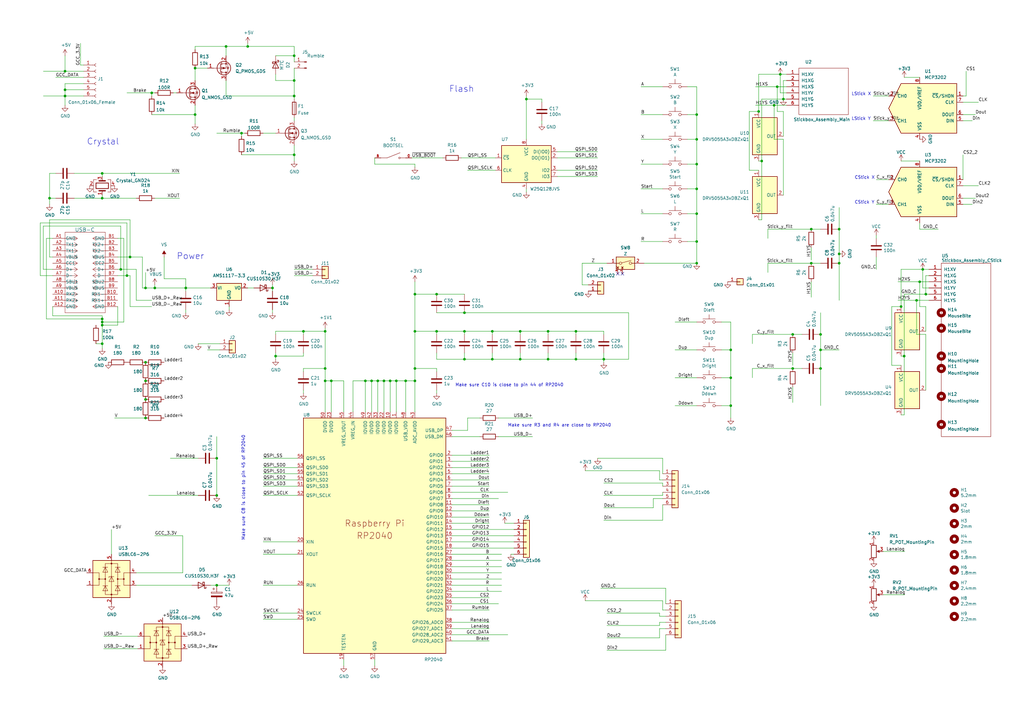
<source format=kicad_sch>
(kicad_sch (version 20231120) (generator "eeschema") (generator_version "8.0")
  (paper "A3")
  (junction (at 170.18 156.21))
  (junction (at 63.5 118.11))
  (junction (at 120.65 39.37))
  (junction (at 88.9 240.03))
  (junction (at 344.17 93.98))
  (junction (at 285.75 57.15))
  (junction (at 377.19 115.57))
  (junction (at 160.02 156.21))
  (junction (at 285.75 67.31))
  (junction (at 344.17 104.14))
  (junction (at 336.55 137.16))
  (junction (at 190.5 135.89))
  (junction (at 152.4 156.21))
  (junction (at 344.17 107.95))
  (junction (at 224.79 135.89))
  (junction (at 247.65 147.32))
  (junction (at 318.77 35.56))
  (junction (at 213.36 147.32))
  (junction (at 149.86 156.21))
  (junction (at 154.94 156.21))
  (junction (at 201.93 135.89))
  (junction (at 236.22 147.32))
  (junction (at 52.07 113.03))
  (junction (at 369.57 125.73))
  (junction (at 120.65 22.86))
  (junction (at 332.74 93.98))
  (junction (at 80.01 46.99))
  (junction (at 321.31 40.64))
  (junction (at 53.34 105.41))
  (junction (at 299.72 166.37))
  (junction (at 120.65 33.02))
  (junction (at 179.07 120.65))
  (junction (at 41.91 132.08))
  (junction (at 157.48 156.21))
  (junction (at 320.04 30.48))
  (junction (at 179.07 135.89))
  (junction (at 26.67 36.83))
  (junction (at 92.71 19.05))
  (junction (at 213.36 135.89))
  (junction (at 135.89 156.21))
  (junction (at 190.5 147.32))
  (junction (at 317.5 43.18))
  (junction (at 59.69 148.59))
  (junction (at 336.55 143.51))
  (junction (at 299.72 154.94))
  (junction (at 59.69 171.45))
  (junction (at 41.91 130.81))
  (junction (at 311.15 45.72))
  (junction (at 59.69 156.21))
  (junction (at 285.75 107.95))
  (junction (at 201.93 147.32))
  (junction (at 41.91 81.28))
  (junction (at 41.91 140.97))
  (junction (at 101.6 19.05))
  (junction (at 76.2 118.11))
  (junction (at 312.42 66.04))
  (junction (at 120.65 63.5))
  (junction (at 20.32 81.28))
  (junction (at 62.23 38.1))
  (junction (at 41.91 133.35))
  (junction (at 285.75 46.99))
  (junction (at 88.9 203.2))
  (junction (at 166.37 156.21))
  (junction (at 215.9 40.64))
  (junction (at 113.03 146.05))
  (junction (at 133.35 156.21))
  (junction (at 49.53 110.49))
  (junction (at 285.75 99.06))
  (junction (at 379.73 120.65))
  (junction (at 299.72 143.51))
  (junction (at 124.46 135.89))
  (junction (at 133.35 151.13))
  (junction (at 88.9 187.96))
  (junction (at 41.91 71.12))
  (junction (at 99.06 54.61))
  (junction (at 59.69 118.11))
  (junction (at 170.18 120.65))
  (junction (at 370.84 146.05))
  (junction (at 285.75 87.63))
  (junction (at 162.56 156.21))
  (junction (at 26.67 39.37))
  (junction (at 236.22 135.89))
  (junction (at 378.46 110.49))
  (junction (at 80.01 27.94))
  (junction (at 332.74 107.95))
  (junction (at 325.12 151.13))
  (junction (at 336.55 151.13))
  (junction (at 325.12 137.16))
  (junction (at 26.67 29.21))
  (junction (at 285.75 77.47))
  (junction (at 190.5 128.27))
  (junction (at 133.35 135.89))
  (junction (at 224.79 147.32))
  (junction (at 170.18 135.89))
  (junction (at 111.76 118.11))
  (junction (at 170.18 151.13))
  (junction (at 375.92 123.19))
  (junction (at 59.69 163.83))
  (no_connect (at 253.365 112.268))
  (no_connect (at 255.27 112.268))
  (wire (pts (xy 50.8 97.79) (xy 50.8 132.08)))
  (wire (pts (xy 312.42 40.64) (xy 312.42 66.04)))
  (wire (pts (xy 273.05 252.73) (xy 270.51 252.73)))
  (wire (pts (xy 336.55 143.51) (xy 344.17 143.51)))
  (wire (pts (xy 120.65 22.86) (xy 120.65 19.05)))
  (wire (pts (xy 185.42 214.63) (xy 200.66 214.63)))
  (wire (pts (xy 308.61 137.16) (xy 308.61 140.97)))
  (wire (pts (xy 52.07 91.44) (xy 52.07 113.03)))
  (wire (pts (xy 215.9 77.47) (xy 215.9 78.74)))
  (wire (pts (xy 281.94 67.31) (xy 285.75 67.31)))
  (wire (pts (xy 111.76 118.11) (xy 111.76 119.38)))
  (wire (pts (xy 135.89 168.91) (xy 135.89 156.21)))
  (wire (pts (xy 377.19 93.98) (xy 384.81 93.98)))
  (wire (pts (xy 170.18 115.57) (xy 170.18 120.65)))
  (wire (pts (xy 238.76 107.95) (xy 248.92 107.95)))
  (wire (pts (xy 318.77 45.72) (xy 318.77 35.56)))
  (wire (pts (xy 21.59 125.73) (xy 21.59 129.54)))
  (wire (pts (xy 190.5 137.16) (xy 190.5 135.89)))
  (wire (pts (xy 270.51 252.73) (xy 270.51 251.46)))
  (wire (pts (xy 299.72 166.37) (xy 299.72 171.45)))
  (wire (pts (xy 299.72 143.51) (xy 299.72 154.94)))
  (wire (pts (xy 271.78 204.47) (xy 267.97 204.47)))
  (wire (pts (xy 120.65 59.69) (xy 120.65 63.5)))
  (wire (pts (xy 76.2 127) (xy 76.2 128.27)))
  (wire (pts (xy 170.18 135.89) (xy 170.18 151.13)))
  (wire (pts (xy 264.16 107.95) (xy 285.75 107.95)))
  (wire (pts (xy 336.55 143.51) (xy 336.55 151.13)))
  (wire (pts (xy 152.4 156.21) (xy 154.94 156.21)))
  (wire (pts (xy 121.92 251.46) (xy 107.95 251.46)))
  (wire (pts (xy 322.58 30.48) (xy 320.04 30.48)))
  (wire (pts (xy 59.69 118.11) (xy 63.5 118.11)))
  (wire (pts (xy 99.06 54.61) (xy 100.33 54.61)))
  (wire (pts (xy 120.65 39.37) (xy 120.65 40.64)))
  (wire (pts (xy 401.32 41.91) (xy 394.97 41.91)))
  (wire (pts (xy 93.98 125.73) (xy 93.98 127)))
  (wire (pts (xy 224.79 147.32) (xy 213.36 147.32)))
  (wire (pts (xy 241.3 116.84) (xy 238.76 116.84)))
  (wire (pts (xy 179.07 120.65) (xy 170.18 120.65)))
  (wire (pts (xy 365.76 149.86) (xy 365.76 125.73)))
  (wire (pts (xy 270.51 196.85) (xy 270.51 193.04)))
  (wire (pts (xy 379.73 160.02) (xy 379.73 137.16)))
  (wire (pts (xy 21.59 129.54) (xy 41.91 129.54)))
  (wire (pts (xy 153.67 270.51) (xy 153.67 273.05)))
  (wire (pts (xy 81.28 187.96) (xy 69.85 187.96)))
  (wire (pts (xy 379.73 113.03) (xy 379.73 120.65)))
  (wire (pts (xy 153.67 67.31) (xy 170.18 67.31)))
  (wire (pts (xy 381 113.03) (xy 379.73 113.03)))
  (wire (pts (xy 248.92 266.7) (xy 273.05 266.7)))
  (wire (pts (xy 236.22 147.32) (xy 247.65 147.32)))
  (wire (pts (xy 67.31 114.3) (xy 76.2 114.3)))
  (wire (pts (xy 185.42 186.69) (xy 200.66 186.69)))
  (wire (pts (xy 285.75 143.51) (xy 276.86 143.51)))
  (wire (pts (xy 185.42 262.89) (xy 200.66 262.89)))
  (wire (pts (xy 285.75 67.31) (xy 285.75 57.15)))
  (wire (pts (xy 124.46 152.4) (xy 124.46 151.13)))
  (wire (pts (xy 133.35 134.62) (xy 133.35 135.89)))
  (wire (pts (xy 48.26 105.41) (xy 53.34 105.41)))
  (wire (pts (xy 19.05 97.79) (xy 19.05 130.81)))
  (wire (pts (xy 113.03 137.16) (xy 113.03 135.89)))
  (wire (pts (xy 365.76 125.73) (xy 369.57 125.73)))
  (wire (pts (xy 149.86 156.21) (xy 152.4 156.21)))
  (wire (pts (xy 170.18 67.31) (xy 170.18 68.58)))
  (wire (pts (xy 394.97 73.66) (xy 394.97 63.5)))
  (wire (pts (xy 179.07 152.4) (xy 179.07 151.13)))
  (wire (pts (xy 121.92 240.03) (xy 107.95 240.03)))
  (wire (pts (xy 63.5 81.28) (xy 73.66 81.28)))
  (wire (pts (xy 270.51 255.27) (xy 270.51 256.54)))
  (wire (pts (xy 236.22 137.16) (xy 236.22 135.89)))
  (wire (pts (xy 179.07 135.89) (xy 190.5 135.89)))
  (wire (pts (xy 190.5 144.78) (xy 190.5 147.32)))
  (wire (pts (xy 124.46 137.16) (xy 124.46 135.89)))
  (wire (pts (xy 247.65 203.2) (xy 271.78 203.2)))
  (wire (pts (xy 80.01 19.05) (xy 80.01 20.32)))
  (wire (pts (xy 113.03 144.78) (xy 113.03 146.05)))
  (wire (pts (xy 20.32 90.17) (xy 53.34 90.17)))
  (wire (pts (xy 107.95 222.25) (xy 121.92 222.25)))
  (wire (pts (xy 185.42 240.03) (xy 205.74 240.03)))
  (wire (pts (xy 314.96 93.98) (xy 332.74 93.98)))
  (wire (pts (xy 185.42 179.07) (xy 196.85 179.07)))
  (wire (pts (xy 273.05 247.65) (xy 273.05 241.3)))
  (wire (pts (xy 257.81 128.27) (xy 257.81 147.32)))
  (wire (pts (xy 81.28 140.97) (xy 90.17 140.97)))
  (wire (pts (xy 34.29 36.83) (xy 26.67 36.83)))
  (wire (pts (xy 55.88 240.03) (xy 78.74 240.03)))
  (wire (pts (xy 224.79 137.16) (xy 224.79 135.89)))
  (wire (pts (xy 308.61 137.16) (xy 325.12 137.16)))
  (wire (pts (xy 201.93 144.78) (xy 201.93 147.32)))
  (wire (pts (xy 378.46 110.49) (xy 369.57 110.49)))
  (wire (pts (xy 21.59 113.03) (xy 16.51 113.03)))
  (wire (pts (xy 92.71 22.86) (xy 92.71 19.05)))
  (wire (pts (xy 308.61 151.13) (xy 308.61 154.94)))
  (wire (pts (xy 320.04 30.48) (xy 320.04 38.1)))
  (wire (pts (xy 42.545 266.065) (xy 56.515 266.065)))
  (wire (pts (xy 281.94 77.47) (xy 285.75 77.47)))
  (wire (pts (xy 41.91 129.54) (xy 41.91 130.81)))
  (wire (pts (xy 160.02 156.21) (xy 162.56 156.21)))
  (wire (pts (xy 20.32 71.12) (xy 20.32 81.28)))
  (wire (pts (xy 273.05 255.27) (xy 270.51 255.27)))
  (wire (pts (xy 311.15 30.48) (xy 311.15 45.72)))
  (wire (pts (xy 336.55 137.16) (xy 336.55 143.51)))
  (wire (pts (xy 48.26 97.79) (xy 50.8 97.79)))
  (wire (pts (xy 22.86 31.75) (xy 34.29 31.75)))
  (wire (pts (xy 201.93 135.89) (xy 213.36 135.89)))
  (wire (pts (xy 154.94 168.91) (xy 154.94 156.21)))
  (wire (pts (xy 332.74 121.92) (xy 332.74 115.57)))
  (wire (pts (xy 41.91 130.81) (xy 41.91 132.08)))
  (wire (pts (xy 41.91 72.39) (xy 41.91 71.12)))
  (wire (pts (xy 344.17 123.19) (xy 344.17 107.95)))
  (wire (pts (xy 285.75 166.37) (xy 276.86 166.37)))
  (wire (pts (xy 344.17 93.98) (xy 344.17 85.09)))
  (wire (pts (xy 185.42 242.57) (xy 205.74 242.57)))
  (wire (pts (xy 76.2 118.11) (xy 86.36 118.11)))
  (wire (pts (xy 120.65 27.94) (xy 120.65 33.02)))
  (wire (pts (xy 185.42 245.11) (xy 200.66 245.11)))
  (wire (pts (xy 113.03 22.86) (xy 120.65 22.86)))
  (wire (pts (xy 317.5 43.18) (xy 322.58 43.18)))
  (wire (pts (xy 375.92 137.16) (xy 375.92 123.19)))
  (wire (pts (xy 370.84 170.18) (xy 370.84 146.05)))
  (wire (pts (xy 321.31 40.64) (xy 312.42 40.64)))
  (wire (pts (xy 80.01 27.94) (xy 80.01 33.02)))
  (wire (pts (xy 314.96 107.95) (xy 332.74 107.95)))
  (wire (pts (xy 80.01 27.94) (xy 85.09 27.94)))
  (wire (pts (xy 52.07 113.03) (xy 53.34 113.03)))
  (wire (pts (xy 394.97 39.37) (xy 396.24 39.37)))
  (wire (pts (xy 248.92 256.54) (xy 270.51 256.54)))
  (wire (pts (xy 271.78 207.01) (xy 271.78 213.36)))
  (wire (pts (xy 53.34 125.73) (xy 62.23 125.73)))
  (wire (pts (xy 16.51 91.44) (xy 52.07 91.44)))
  (wire (pts (xy 271.78 99.06) (xy 262.89 99.06)))
  (wire (pts (xy 92.71 19.05) (xy 101.6 19.05)))
  (wire (pts (xy 19.05 130.81) (xy 41.91 130.81)))
  (wire (pts (xy 325.12 137.16) (xy 328.93 137.16)))
  (wire (pts (xy 375.92 123.19) (xy 381 123.19)))
  (wire (pts (xy 154.94 156.21) (xy 157.48 156.21)))
  (wire (pts (xy 394.97 81.28) (xy 400.05 81.28)))
  (wire (pts (xy 120.65 33.02) (xy 113.03 33.02)))
  (wire (pts (xy 215.9 39.37) (xy 215.9 40.64)))
  (wire (pts (xy 34.29 39.37) (xy 26.67 39.37)))
  (wire (pts (xy 16.51 113.03) (xy 16.51 91.44)))
  (wire (pts (xy 204.47 179.07) (xy 218.44 179.07)))
  (wire (pts (xy 113.03 33.02) (xy 113.03 30.48)))
  (wire (pts (xy 332.74 93.98) (xy 336.55 93.98)))
  (wire (pts (xy 222.25 40.64) (xy 215.9 40.64)))
  (wire (pts (xy 364.49 73.66) (xy 359.41 73.66)))
  (wire (pts (xy 53.34 113.03) (xy 53.34 125.73)))
  (wire (pts (xy 20.32 105.41) (xy 20.32 90.17)))
  (wire (pts (xy 92.71 33.02) (xy 92.71 39.37)))
  (wire (pts (xy 228.6 62.23) (xy 245.11 62.23)))
  (wire (pts (xy 120.65 33.02) (xy 120.65 39.37)))
  (wire (pts (xy 63.5 219.71) (xy 74.93 219.71)))
  (wire (pts (xy 358.14 49.53) (xy 364.49 49.53)))
  (wire (pts (xy 285.75 99.06) (xy 285.75 107.95)))
  (wire (pts (xy 189.23 64.77) (xy 203.2 64.77)))
  (wire (pts (xy 152.4 168.91) (xy 152.4 156.21)))
  (wire (pts (xy 41.91 133.35) (xy 48.26 133.35)))
  (wire (pts (xy 63.5 118.11) (xy 76.2 118.11)))
  (wire (pts (xy 299.72 154.94) (xy 299.72 166.37)))
  (wire (pts (xy 285.75 57.15) (xy 285.75 46.99)))
  (wire (pts (xy 369.57 66.04) (xy 377.19 66.04)))
  (wire (pts (xy 285.75 154.94) (xy 276.86 154.94)))
  (wire (pts (xy 317.5 57.15) (xy 317.5 43.18)))
  (wire (pts (xy 185.42 224.79) (xy 210.82 224.79)))
  (wire (pts (xy 273.05 257.81) (xy 270.51 257.81)))
  (wire (pts (xy 58.42 118.11) (xy 59.69 118.11)))
  (wire (pts (xy 285.75 99.06) (xy 285.75 87.63)))
  (wire (pts (xy 48.26 125.73) (xy 48.26 133.35)))
  (wire (pts (xy 124.46 151.13) (xy 133.35 151.13)))
  (wire (pts (xy 190.5 135.89) (xy 201.93 135.89)))
  (wire (pts (xy 190.5 128.27) (xy 257.81 128.27)))
  (wire (pts (xy 52.07 38.1) (xy 62.23 38.1)))
  (wire (pts (xy 45.72 217.17) (xy 45.72 227.33)))
  (wire (pts (xy 271.78 46.99) (xy 262.89 46.99)))
  (wire (pts (xy 191.77 171.45) (xy 196.85 171.45)))
  (wire (pts (xy 308.61 151.13) (xy 325.12 151.13)))
  (wire (pts (xy 170.18 135.89) (xy 179.07 135.89)))
  (wire (pts (xy 307.34 45.72) (xy 311.15 45.72)))
  (wire (pts (xy 124.46 146.05) (xy 124.46 144.78)))
  (wire (pts (xy 344.17 104.14) (xy 344.17 93.98)))
  (wire (pts (xy 42.545 260.985) (xy 56.515 260.985)))
  (wire (pts (xy 80.01 43.18) (xy 80.01 46.99)))
  (wire (pts (xy 271.78 250.19) (xy 271.78 246.38)))
  (wire (pts (xy 321.31 55.88) (xy 321.31 45.72)))
  (wire (pts (xy 271.78 67.31) (xy 262.89 67.31)))
  (wire (pts (xy 144.78 168.91) (xy 144.78 156.21)))
  (wire (pts (xy 210.82 227.33) (xy 209.55 227.33)))
  (wire (pts (xy 185.42 209.55) (xy 200.66 209.55)))
  (wire (pts (xy 34.29 29.21) (xy 26.67 29.21)))
  (wire (pts (xy 166.37 156.21) (xy 170.18 156.21)))
  (wire (pts (xy 224.79 135.89) (xy 236.22 135.89)))
  (wire (pts (xy 368.3 115.57) (xy 377.19 115.57)))
  (wire (pts (xy 240.03 246.38) (xy 271.78 246.38)))
  (wire (pts (xy 271.78 87.63) (xy 262.89 87.63)))
  (wire (pts (xy 185.42 194.31) (xy 200.66 194.31)))
  (wire (pts (xy 185.42 196.85) (xy 200.66 196.85)))
  (wire (pts (xy 325.12 165.1) (xy 325.12 158.75)))
  (wire (pts (xy 246.38 241.3) (xy 273.05 241.3)))
  (wire (pts (xy 170.18 120.65) (xy 170.18 135.89)))
  (wire (pts (xy 378.46 110.49) (xy 378.46 118.11)))
  (wire (pts (xy 358.14 39.37) (xy 364.49 39.37)))
  (wire (pts (xy 236.22 144.78) (xy 236.22 147.32)))
  (wire (pts (xy 336.55 166.37) (xy 336.55 151.13)))
  (wire (pts (xy 99.06 54.61) (xy 99.06 55.88)))
  (wire (pts (xy 314.96 93.98) (xy 314.96 97.79)))
  (wire (pts (xy 179.07 120.65) (xy 190.5 120.65)))
  (wire (pts (xy 240.03 193.04) (xy 270.51 193.04)))
  (wire (pts (xy 369.57 170.18) (xy 370.84 170.18)))
  (wire (pts (xy 62.23 38.1) (xy 63.5 38.1)))
  (wire (pts (xy 321.31 33.02) (xy 321.31 40.64)))
  (wire (pts (xy 210.82 214.63) (xy 207.01 214.63)))
  (wire (pts (xy 398.78 49.53) (xy 394.97 49.53)))
  (wire (pts (xy 41.91 133.35) (xy 41.91 140.97)))
  (wire (pts (xy 170.18 156.21) (xy 170.18 168.91)))
  (wire (pts (xy 321.31 45.72) (xy 318.77 45.72)))
  (wire (pts (xy 74.93 234.95) (xy 74.93 219.71)))
  (wire (pts (xy 247.65 147.32) (xy 247.65 148.59)))
  (wire (pts (xy 285.75 87.63) (xy 285.75 77.47)))
  (wire (pts (xy 22.86 81.28) (xy 20.32 81.28)))
  (wire (pts (xy 295.91 166.37) (xy 299.72 166.37)))
  (wire (pts (xy 67.31 105.41) (xy 67.31 114.3)))
  (wire (pts (xy 295.91 132.08) (xy 299.72 132.08)))
  (wire (pts (xy 321.31 57.15) (xy 317.5 57.15)))
  (wire (pts (xy 377.19 91.44) (xy 377.19 93.98)))
  (wire (pts (xy 311.15 90.17) (xy 312.42 90.17)))
  (wire (pts (xy 332.74 107.95) (xy 336.55 107.95)))
  (wire (pts (xy 247.65 144.78) (xy 247.65 147.32)))
  (wire (pts (xy 359.41 110.49) (xy 359.41 105.41)))
  (wire (pts (xy 140.97 168.91) (xy 140.97 156.21)))
  (wire (pts (xy 166.37 168.91) (xy 166.37 156.21)))
  (wire (pts (xy 107.95 196.85) (xy 121.92 196.85)))
  (wire (pts (xy 41.91 132.08) (xy 41.91 133.35)))
  (wire (pts (xy 60.96 203.2) (xy 81.28 203.2)))
  (wire (pts (xy 228.6 64.77) (xy 245.11 64.77)))
  (wire (pts (xy 104.14 118.11) (xy 101.6 118.11)))
  (wire (pts (xy 179.07 137.16) (xy 179.07 135.89)))
  (wire (pts (xy 59.69 111.76) (xy 59.69 118.11)))
  (wire (pts (xy 248.92 261.62) (xy 270.51 261.62)))
  (wire (pts (xy 224.79 144.78) (xy 224.79 147.32)))
  (wire (pts (xy 228.6 69.85) (xy 245.11 69.85)))
  (wire (pts (xy 53.34 90.17) (xy 53.34 105.41)))
  (wire (pts (xy 17.78 110.49) (xy 17.78 92.71)))
  (wire (pts (xy 400.05 46.99) (xy 394.97 46.99)))
  (wire (pts (xy 144.78 156.21) (xy 149.86 156.21)))
  (wire (pts (xy 271.78 35.56) (xy 262.89 35.56)))
  (wire (pts (xy 270.51 257.81) (xy 270.51 261.62)))
  (wire (pts (xy 30.48 71.12) (xy 41.91 71.12)))
  (wire (pts (xy 185.42 232.41) (xy 205.74 232.41)))
  (wire (pts (xy 124.46 160.02) (xy 124.46 161.29)))
  (wire (pts (xy 179.07 128.27) (xy 190.5 128.27)))
  (wire (pts (xy 133.35 151.13) (xy 133.35 156.21)))
  (wire (pts (xy 157.48 168.91) (xy 157.48 156.21)))
  (wire (pts (xy 379.73 135.89) (xy 379.73 125.73)))
  (wire (pts (xy 271.78 199.39) (xy 271.78 198.12)))
  (wire (pts (xy 88.9 54.61) (xy 99.06 54.61)))
  (wire (pts (xy 88.9 187.96) (xy 88.9 179.07)))
  (wire (pts (xy 185.42 257.81) (xy 200.66 257.81)))
  (wire (pts (xy 295.91 154.94) (xy 299.72 154.94)))
  (wire (pts (xy 201.93 147.32) (xy 190.5 147.32)))
  (wire (pts (xy 359.41 83.82) (xy 364.49 83.82)))
  (wire (pts (xy 111.76 127) (xy 111.76 128.27)))
  (wire (pts (xy 185.42 250.19) (xy 200.66 250.19)))
  (wire (pts (xy 21.59 110.49) (xy 17.78 110.49)))
  (wire (pts (xy 185.42 191.77) (xy 200.66 191.77)))
  (wire (pts (xy 88.9 240.03) (xy 93.98 240.03)))
  (wire (pts (xy 257.81 147.32) (xy 247.65 147.32)))
  (wire (pts (xy 170.18 151.13) (xy 179.07 151.13)))
  (wire (pts (xy 185.42 199.39) (xy 200.66 199.39)))
  (wire (pts (xy 285.75 35.56) (xy 285.75 46.99)))
  (wire (pts (xy 162.56 156.21) (xy 162.56 168.91)))
  (wire (pts (xy 307.34 69.85) (xy 307.34 45.72)))
  (wire (pts (xy 285.75 77.47) (xy 285.75 67.31)))
  (wire (pts (xy 179.07 144.78) (xy 179.07 147.32)))
  (wire (pts (xy 185.42 260.35) (xy 208.28 260.35)))
  (wire (pts (xy 140.97 156.21) (xy 135.89 156.21)))
  (wire (pts (xy 48.26 113.03) (xy 52.07 113.03)))
  (wire (pts (xy 107.95 191.77) (xy 121.92 191.77)))
  (wire (pts (xy 58.42 118.11) (xy 58.42 105.41)))
  (wire (pts (xy 86.36 240.03) (xy 88.9 240.03)))
  (wire (pts (xy 379.73 137.16) (xy 375.92 137.16)))
  (wire (pts (xy 344.17 104.14) (xy 344.17 107.95)))
  (wire (pts (xy 113.03 146.05) (xy 124.46 146.05)))
  (wire (pts (xy 76.2 114.3) (xy 76.2 118.11)))
  (wire (pts (xy 191.77 69.85) (xy 203.2 69.85)))
  (wire (pts (xy 378.46 118.11) (xy 381 118.11)))
  (wire (pts (xy 222.25 41.91) (xy 222.25 40.64)))
  (wire (pts (xy 213.36 137.16) (xy 213.36 135.89)))
  (wire (pts (xy 369.57 149.86) (xy 365.76 149.86)))
  (wire (pts (xy 170.18 151.13) (xy 170.18 156.21)))
  (wire (pts (xy 185.42 219.71) (xy 210.82 219.71)))
  (wire (pts (xy 314.96 107.95) (xy 314.96 111.76)))
  (wire (pts (xy 381 110.49) (xy 378.46 110.49)))
  (wire (pts (xy 309.88 35.56) (xy 318.77 35.56)))
  (wire (pts (xy 76.2 119.38) (xy 76.2 118.11)))
  (wire (pts (xy 49.53 92.71) (xy 49.53 110.49)))
  (wire (pts (xy 332.74 106.68) (xy 332.74 101.6)))
  (wire (pts (xy 17.78 92.71) (xy 49.53 92.71)))
  (wire (pts (xy 247.65 213.36) (xy 271.78 213.36)))
  (wire (pts (xy 113.03 135.89) (xy 124.46 135.89)))
  (wire (pts (xy 41.91 71.12) (xy 73.66 71.12)))
  (wire (pts (xy 271.78 201.93) (xy 271.78 203.2)))
  (wire (pts (xy 321.31 80.01) (xy 321.31 57.15)))
  (wire (pts (xy 185.42 247.65) (xy 204.47 247.65)))
  (wire (pts (xy 228.6 72.39) (xy 245.11 72.39)))
  (wire (pts (xy 113.03 146.05) (xy 113.03 147.32)))
  (wire (pts (xy 204.47 171.45) (xy 218.44 171.45)))
  (wire (pts (xy 41.91 142.875) (xy 41.91 140.97)))
  (wire (pts (xy 17.78 29.21) (xy 26.67 29.21)))
  (wire (pts (xy 238.76 116.84) (xy 238.76 107.95)))
  (wire (pts (xy 185.42 212.09) (xy 200.66 212.09)))
  (wire (pts (xy 236.22 135.89) (xy 247.65 135.89)))
  (wire (pts (xy 273.05 260.35) (xy 273.05 266.7)))
  (wire (pts (xy 394.97 76.2) (xy 401.32 76.2)))
  (wire (pts (xy 201.93 137.16) (xy 201.93 135.89)))
  (wire (pts (xy 369.57 110.49) (xy 369.57 125.73)))
  (wire (pts (xy 46.99 171.45) (xy 59.69 171.45)))
  (wire (pts (xy 247.65 208.28) (xy 267.97 208.28)))
  (wire (pts (xy 222.25 49.53) (xy 222.25 50.8)))
  (wire (pts (xy 377.19 125.73) (xy 377.19 115.57)))
  (wire (pts (xy 325.12 151.13) (xy 328.93 151.13)))
  (wire (pts (xy 185.42 204.47) (xy 204.47 204.47)))
  (wire (pts (xy 120.65 39.37) (xy 92.71 39.37)))
  (wire (pts (xy 370.84 146.05) (xy 369.57 146.05)))
  (wire (pts (xy 99.06 63.5) (xy 120.65 63.5)))
  (wire (pts (xy 396.24 29.21) (xy 396.24 39.37)))
  (wire (pts (xy 133.35 156.21) (xy 133.35 168.91)))
  (wire (pts (xy 281.94 99.06) (xy 285.75 99.06)))
  (wire (pts (xy 26.67 34.29) (xy 26.67 36.83)))
  (wire (pts (xy 185.42 189.23) (xy 200.66 189.23)))
  (wire (pts (xy 121.92 203.2) (xy 107.95 203.2)))
  (wire (pts (xy 88.9 203.2) (xy 88.9 187.96)))
  (wire (pts (xy 62.23 38.1) (xy 62.23 39.37)))
  (wire (pts (xy 133.35 135.89) (xy 133.35 151.13)))
  (wire (pts (xy 185.42 229.87) (xy 205.74 229.87)))
  (wire (pts (xy 20.32 81.28) (xy 20.32 83.82)))
  (wire (pts (xy 71.12 38.1) (xy 72.39 38.1)))
  (wire (pts (xy 124.46 135.89) (xy 133.35 135.89)))
  (wire (pts (xy 62.23 46.99) (xy 80.01 46.99)))
  (wire (pts (xy 111.76 116.84) (xy 111.76 118.11)))
  (wire (pts (xy 185.42 201.93) (xy 208.28 201.93)))
  (wire (pts (xy 312.42 90.17) (xy 312.42 66.04)))
  (wire (pts (xy 312.42 66.04) (xy 311.15 66.04)))
  (wire (pts (xy 281.94 46.99) (xy 285.75 46.99)))
  (wire (pts (xy 157.48 156.21) (xy 160.02 156.21)))
  (wire (pts (xy 362.204 226.187) (xy 371.094 226.187)))
  (wire (pts (xy 26.67 39.37) (xy 26.67 43.18)))
  (wire (pts (xy 318.77 35.56) (xy 322.58 35.56)))
  (wire (pts (xy 295.91 143.51) (xy 299.72 143.51)))
  (wire (pts (xy 185.42 207.01) (xy 200.66 207.01)))
  (wire (pts (xy 370.84 120.65) (xy 370.84 146.05)))
  (wire (pts (xy 248.92 251.46) (xy 270.51 251.46)))
  (wire (pts (xy 120.65 113.03) (xy 128.27 113.03)))
  (wire (pts (xy 107.95 194.31) (xy 121.92 194.31)))
  (wire (pts (xy 49.53 110.49) (xy 55.88 110.49)))
  (wire (pts (xy 160.02 168.91) (xy 160.02 156.21)))
  (wire (pts (xy 55.88 110.49) (xy 55.88 123.19)))
  (wire (pts (xy 267.97 204.47) (xy 267.97 208.28)))
  (wire (pts (xy 101.6 17.78) (xy 101.6 19.05)))
  (wire (pts (xy 120.65 25.4) (xy 120.65 22.86)))
  (wire (pts (xy 33.02 26.67) (xy 33.02 17.78)))
  (wire (pts (xy 299.72 132.08) (xy 299.72 143.51)))
  (wire (pts (xy 22.86 71.12) (xy 20.32 71.12)))
  (wire (pts (xy 271.78 196.85) (xy 270.51 196.85)))
  (wire (pts (xy 120.65 63.5) (xy 120.65 66.04)))
  (wire (pts (xy 322.58 33.02) (xy 321.31 33.02)))
  (wire (pts (xy 213.36 144.78) (xy 213.36 147.32)))
  (wire (pts (xy 281.94 57.15) (xy 285.75 57.15)))
  (wire (pts (xy 271.78 57.15) (xy 262.89 57.15)))
  (wire (pts (xy 236.22 147.32) (xy 224.79 147.32)))
  (wire (pts (xy 321.31 40.64) (xy 322.58 40.64)))
  (wire (pts (xy 309.88 43.18) (xy 317.5 43.18)))
  (wire (pts (xy 271.78 194.31) (xy 271.78 187.96)))
  (wire (pts (xy 247.65 137.16) (xy 247.65 135.89)))
  (wire (pts (xy 185.42 176.53) (xy 191.77 176.53)))
  (wire (pts (xy 273.05 250.19) (xy 271.78 250.19)))
  (wire (pts (xy 185.42 222.25) (xy 210.82 222.25)))
  (wire (pts (xy 320.04 30.48) (xy 311.15 30.48)))
  (wire (pts (xy 162.56 156.21) (xy 166.37 156.21)))
  (wire (pts (xy 135.89 156.21) (xy 133.35 156.21)))
  (wire (pts (xy 34.29 26.67) (xy 33.02 26.67)))
  (wire (pts (xy 48.26 110.49) (xy 49.53 110.49)))
  (wire (pts (xy 213.36 147.32) (xy 201.93 147.32)))
  (wire (pts (xy 368.3 123.19) (xy 375.92 123.19)))
  (wire (pts (xy 320.04 38.1) (xy 322.58 38.1)))
  (wire (pts (xy 107.95 54.61) (xy 113.03 54.61)))
  (wire (pts (xy 271.78 77.47) (xy 262.89 77.47)))
  (wire (pts (xy 377.19 115.57) (xy 381 115.57)))
  (wire (pts (xy 85.09 143.51) (xy 90.17 143.51)))
  (wire (pts (xy 190.5 147.32) (xy 179.07 147.32)))
  (wire (pts (xy 281.94 35.56) (xy 285.75 35.56)))
  (wire (pts (xy 153.67 64.77) (xy 153.67 67.31)))
  (wire (pts (xy 379.73 120.65) (xy 381 120.65)))
  (wire (pts (xy 185.42 227.33) (xy 205.74 227.33)))
  (wire (pts (xy 247.65 198.12) (xy 271.78 198.12)))
  (wire (pts (xy 213.36 135.89) (xy 224.79 135.89)))
  (wire (pts (xy 185.42 217.17) (xy 210.82 217.17)))
  (wire (pts (xy 149.86 168.91) (xy 149.86 156.21)))
  (wire (pts (xy 26.67 36.83) (xy 26.67 39.37)))
  (wire (pts (xy 120.65 110.49) (xy 128.27 110.49)))
  (wire (pts (xy 21.59 97.79) (xy 19.05 97.79)))
  (wire (pts (xy 379.73 125.73) (xy 377.19 125.73)))
  (wire (pts (xy 53.34 105.41) (xy 58.42 105.41)))
  (wire (pts (xy 336.55 137.16) (xy 336.55 128.27)))
  (wire (pts (xy 41.91 81.28) (xy 55.88 81.28)))
  (wire (pts (xy 55.88 123.19) (xy 62.23 123.19)))
  (wire (pts (xy 80.01 46.99) (xy 80.01 50.8)))
  (wire (pts (xy 30.48 81.28) (xy 41.91 81.28)))
  (wire (pts (xy 185.42 255.27) (xy 200.66 255.27)))
  (wire (pts (xy 140.97 270.51) (xy 140.97 273.05)))
  (wire (pts (xy 362.204 243.967) (xy 371.094 243.967)))
  (wire (pts (xy 107.95 199.39) (xy 121.92 199.39)))
  (wire (pts (xy 41.91 80.01) (xy 41.91 81.28)))
  (wire (pts (xy 21.59 105.41) (xy 20.32 105.41)))
  (wire (pts (xy 179.07 160.02) (xy 179.07 161.29)))
  (wire (pts (xy 285.75 132.08) (xy 276.86 132.08)))
  (wire (pts (xy 181.61 64.77) (xy 168.91 64.77)))
  (wire (pts (xy 26.67 29.21) (xy 26.67 22.86)))
  (wire (pts (xy 39.37 140.97) (xy 41.91 140.97)))
  (wire (pts (xy 185.42 237.49) (xy 205.74 237.49)))
  (wire (pts (xy 325.12 149.86) (xy 325.12 144.78)))
  (wire (pts (xy 191.77 171.45) (xy 191.77 176.53)))
  (wire (pts (xy 245.11 187.96) (xy 271.78 187.96)))
  (wire (pts (xy 50.8 132.08) (xy 41.91 132.08)))
  (wire (pts (xy 120.65 48.26) (xy 120.65 49.53)))
  (wire (pts (xy 63.5 116.84) (xy 63.5 118.11)))
  (wire (pts (xy 121.92 227.33) (xy 107.95 227.33)))
  (wire (pts (xy 92.71 19.05) (xy 80.01 19.05)))
  (wire (pts (xy 394.97 83.82) (xy 398.78 83.82)))
  (wire (pts (xy 215.9 40.64) (xy 215.9 57.15)))
  (wire (pts (xy 121.92 187.96) (xy 107.95 187.96)))
  (wire (pts (xy 185.42 234.95) (xy 205.74 234.95)))
  (wire (pts (xy 34.29 34.29) (xy 26.67 34.29)))
  (wire (pts (xy 379.73 120.65) (xy 370.84 120.65)))
  (wire (pts (xy 359.41 97.79) (xy 359.41 96.52)))
  (wire (pts (xy 55.88 234.95) (xy 74.93 234.95)))
  (wire (pts (xy 121.92 254) (xy 107.95 254)))
  (wire (pts (xy 17.78 39.37) (xy 26.67 39.37)))
  (wire (pts (xy 120.65 19.05) (xy 101.6 19.05)))
  (wire (pts (xy 311.15 69.85) (xy 307.34 69.85)))
  (wire (pts (xy 370.84 31.75) (xy 377.19 31.75)))
  (wire (pts (xy 281.94 87.63) (xy 285.75 87.63)))
  (text "Power" (at 72.39 106.68 0) (effects (font (size 2.54 2.54)) (justify left bottom)))
  (text "LStick Y\n" (at 349.25 49.53 0) (effects (font (size 1.27 1.27)) (justify left bottom)))
  (text "Make sure C10 is close to pin 44 of RP2040" (at 186.69 158.75 0) (effects (font (size 1.27 1.27)) (justify left bottom)))
  (text "CStick Y\n" (at 350.52 83.82 0) (effects (font (size 1.27 1.27)) (justify left bottom)))
  (text "Make sure R3 and R4 are close to RP2040" (at 208.28 175.26 0) (effects (font (size 1.27 1.27)) (justify left bottom)))
  (text "Make sure C8 is close to pin 45 of RP2040" (at 100.584 221.742 90) (effects (font (size 1.27 1.27)) (justify left bottom)))
  (text "Flash" (at 184.15 38.1 0) (effects (font (size 2.54 2.54)) (justify left bottom)))
  (text "Crystal" (at 35.56 59.69 0) (effects (font (size 2.54 2.54)) (justify left bottom)))
  (text "CStick X" (at 350.52 73.66 0) (effects (font (size 1.27 1.27)) (justify left bottom)))
  (text "LStick X" (at 349.25 39.37 0) (effects (font (size 1.27 1.27)) (justify left bottom)))
  (label "QSPI_SD0" (at 245.11 62.23 180))
  (label "Start" (at 200.66 199.39 180))
  (label "A" (at 262.89 35.56 0))
  (label "QSPI_SD2" (at 245.11 69.85 180))
  (label "XIN" (at 107.95 222.25 0))
  (label "GCC_DATA" (at 22.86 31.75 0))
  (label "Stick_x_filt" (at 325.12 107.95 180))
  (label "Stick_x_filt" (at 358.14 39.37 0))
  (label "Ranalog" (at 80.01 187.96 180))
  (label "X" (at 200.66 232.41 180))
  (label "GPIO12" (at 200.66 217.17 180))
  (label "QSPI_SD3" (at 245.11 72.39 180))
  (label "Din" (at 247.65 213.36 0))
  (label "CS2_2" (at 248.92 251.46 0))
  (label "Ddown" (at 200.66 212.09 180))
  (label "H1YS" (at 309.88 43.18 0))
  (label "V" (at 46.99 171.45 0))
  (label "GCC_DATA" (at 200.66 260.35 180))
  (label "L" (at 262.89 87.63 0))
  (label "CS2" (at 200.66 245.11 180))
  (label "Din2" (at 248.92 266.7 0))
  (label "Lanalog" (at 200.66 257.81 180))
  (label "H1XS" (at 332.74 120.65 90))
  (label "Brake" (at 200.66 262.89 180))
  (label "CLK2" (at 248.92 256.54 0))
  (label "CLK2" (at 401.32 76.2 0))
  (label "XIN" (at 73.66 71.12 180))
  (label "USB_D+" (at 76.835 260.985 0))
  (label "QSPI_SS" (at 191.77 64.77 0))
  (label "Rumble" (at 91.44 54.61 0))
  (label "H1XS" (at 309.88 35.56 0))
  (label "SWD" (at 107.95 254 0))
  (label "+5V" (at 66.675 253.365 0))
  (label "SWCLK" (at 107.95 251.46 0))
  (label "Dleft" (at 278.13 132.08 0))
  (label "Ladder2" (at 67.31 156.21 0))
  (label "Z" (at 199.39 237.49 0))
  (label "QSPI_SD1" (at 107.95 194.31 0))
  (label "CLK" (at 247.65 203.2 0))
  (label "B" (at 262.89 46.99 0))
  (label "CS1" (at 396.24 29.21 0))
  (label "XOUT" (at 107.95 227.33 0))
  (label "Dup" (at 200.66 209.55 180))
  (label "Dout" (at 400.05 46.99 0))
  (label "Z" (at 242.57 107.95 0))
  (label "QSPI_SS" (at 107.95 187.96 0))
  (label "USB_D+" (at 120.65 110.49 0))
  (label "QSPI_SD0" (at 107.95 191.77 0))
  (label "CS1" (at 200.66 247.65 180))
  (label "Dout" (at 247.65 208.28 0))
  (label "XOUT" (at 73.66 81.28 180))
  (label "Dout2" (at 400.05 81.28 0))
  (label "A" (at 200.66 229.87 180))
  (label "Stick_y_filt" (at 325.12 93.98 180))
  (label "C_x_filt" (at 317.5 151.13 180))
  (label "GCC_3.3V" (at 63.5 219.71 0))
  (label "R" (at 200.66 240.03 180))
  (label "Ranalog" (at 200.66 255.27 180))
  (label "GND_C" (at 384.81 93.98 180))
  (label "B" (at 200.66 227.33 180))
  (label "QSPI_SCLK" (at 191.77 69.85 0))
  (label "GPIO15" (at 200.66 224.79 180))
  (label "GCC_3.3V" (at 33.02 17.78 270))
  (label "Ladder1" (at 67.31 148.59 0))
  (label "Dright" (at 278.13 154.94 0))
  (label "Ranalog" (at 363.474 243.967 0))
  (label "H1YS" (at 332.74 105.41 90))
  (label "C_y_filt" (at 317.5 137.16 180))
  (label "Start" (at 262.89 77.47 0))
  (label "Ladder1" (at 200.66 186.69 180))
  (label "Ladder2" (at 200.66 189.23 180))
  (label "QSPI_SD3" (at 107.95 199.39 0))
  (label "Dright" (at 200.66 214.63 180))
  (label "H2YS" (at 325.12 148.59 90))
  (label "GND_C" (at 344.17 143.51 180))
  (label "QSPI_SCLK" (at 107.95 203.2 0))
  (label "GND_C" (at 246.38 241.3 0))
  (label "USB_D+_Raw" (at 76.835 266.065 0))
  (label "USB_D-_Raw" (at 62.23 125.73 0))
  (label "Din2" (at 398.78 83.82 0))
  (label "Ddown" (at 278.13 166.37 0))
  (label "H2YS" (at 368.3 123.19 0))
  (label "QSPI_SD2" (at 107.95 196.85 0))
  (label "GND_C" (at 375.92 120.65 180))
  (label "R" (at 262.89 99.06 0))
  (label "V" (at 85.09 143.51 0))
  (label "H2XS" (at 325.12 163.83 90))
  (label "Rumble" (at 200.66 250.19 180))
  (label "C_x_filt" (at 359.41 73.66 0))
  (label "RUN" (at 107.95 240.03 0))
  (label "L" (at 199.39 242.57 0))
  (label "Stick_y_filt" (at 358.14 49.53 0))
  (label "CLK" (at 401.32 41.91 0))
  (label "GPIO13" (at 200.66 219.71 180))
  (label "Lanalog" (at 363.474 226.187 0))
  (label "Ladder4" (at 200.66 194.31 180))
  (label "Dout" (at 200.66 196.85 180))
  (label "Din" (at 398.78 49.53 0))
  (label "Y" (at 262.89 67.31 0))
  (label "Din" (at 200.66 204.47 180))
  (label "Ladder3" (at 67.31 163.83 0))
  (label "GND_C" (at 359.41 110.49 180))
  (label "C_y_filt" (at 359.41 83.82 0))
  (label "GCC_DATA" (at 35.56 234.95 180))
  (label "Brake" (at 54.61 38.1 0))
  (label "H2XS" (at 368.3 115.57 0))
  (label "USB_D-_Raw" (at 42.545 266.065 0))
  (label "USB_D-" (at 120.65 113.03 0))
  (label "+5V" (at 45.72 217.17 0))
  (label "QSPI_SD1" (at 245.11 64.77 180))
  (label "~{USB_BOOT}" (at 168.91 64.77 0))
  (label "USB_D+" (at 218.44 171.45 180))
  (label "Y" (at 200.66 234.95 180))
  (label "Dout2" (at 248.92 261.62 0))
  (label "Lanalog" (at 80.01 203.2 180))
  (label "Dleft" (at 200.66 207.01 180))
  (label "GPIO14" (at 200.66 222.25 180))
  (label "X" (at 262.89 57.15 0))
  (label "CS2" (at 247.65 198.12 0))
  (label "CS2_2" (at 394.97 63.5 0))
  (label "CLK" (at 200.66 201.93 180))
  (label "USB_D-" (at 42.545 260.985 0))
  (label "Dup" (at 278.13 143.51 0))
  (label "USB_D+_Raw" (at 62.23 123.19 0))
  (label "Ladder3" (at 200.66 191.77 180))
  (label "Ladder4" (at 67.31 171.45 0))
  (label "+5V" (at 59.69 111.76 0))
  (label "USB_D-" (at 218.44 179.07 180))
  (symbol (lib_id "Switch:SW_Push") (at 276.86 35.56 0) (unit 1) (in_bom no)
    (property "Reference" "SW1" (at 276.86 28.321 0))
    (property "Value" "A" (at 276.86 30.6324 0))
    (property "Footprint" "PhobGCC_2_0_0_footprints:ABXY_Contact_Omron_Switch_Circley" (effects (hide yes)))
  )
  (symbol (lib_id "Switch:SW_Push") (at 276.86 46.99 0) (unit 1) (in_bom no)
    (property "Reference" "SW2" (at 276.86 39.751 0))
    (property "Value" "B" (at 276.86 42.0624 0))
    (property "Footprint" "PhobGCC_2_0_0_footprints:ABXY_Contact_Omron_Switch_Circley" (effects (hide yes)))
  )
  (symbol (lib_id "Switch:SW_Push") (at 276.86 57.15 0) (unit 1) (in_bom no)
    (property "Reference" "SW3" (at 276.86 49.911 0))
    (property "Value" "X" (at 276.86 52.2224 0))
    (property "Footprint" "PhobGCC_2_0_0_footprints:ABXY_Contact_Omron_Switch_Circley" (effects (hide yes)))
  )
  (symbol (lib_id "Switch:SW_Push") (at 276.86 67.31 0) (unit 1) (in_bom no)
    (property "Reference" "SW4" (at 276.86 60.071 0))
    (property "Value" "Y" (at 276.86 62.3824 0))
    (property "Footprint" "PhobGCC_2_0_0_footprints:ABXY_Contact_Omron_Switch_Circley" (effects (hide yes)))
  )
  (symbol (lib_id "Switch:SW_Push") (at 276.86 77.47 0) (unit 1) (in_bom no)
    (property "Reference" "SW5" (at 276.86 70.231 0))
    (property "Value" "Start" (at 276.86 72.5424 0))
    (property "Footprint" "PhobGCC_2_0_0_footprints:Start_Contact" (effects (hide yes)))
  )
  (symbol (lib_id "Switch:SW_Push") (at 276.86 87.63 0) (unit 1) (in_bom no)
    (property "Reference" "SW6" (at 276.86 80.391 0))
    (property "Value" "L" (at 276.86 82.7024 0))
    (property "Footprint" "PhobGCC_2_0_0_footprints:Pin_Header_Straight_1x02_Pitch2.54mm" (effects (hide yes)))
  )
  (symbol (lib_id "Switch:SW_Push") (at 276.86 99.06 0) (unit 1) (in_bom no)
    (property "Reference" "SW7" (at 276.86 91.821 0))
    (property "Value" "R" (at 276.86 94.1324 0))
    (property "Footprint" "PhobGCC_2_0_0_footprints:Pin_Header_Straight_1x02_Pitch2.54mm" (effects (hide yes)))
  )
  (symbol (lib_id "power:GND") (at 299.72 171.45 0) (unit 1)
    (property "Reference" "#PWR0103" (effects (hide yes)))
    (property "Value" "GND" (at 299.847 175.8442 0))
  )
  (symbol (lib_id "power:+5V") (at 26.67 22.86 0) (unit 1)
    (property "Reference" "#PWR0113" (effects (hide yes)))
    (property "Value" "+5V" (at 27.051 18.4658 0))
  )
  (symbol (lib_id "Connector:Conn_01x06_Female") (at 39.37 31.75 0) (unit 1) (in_bom no)
    (property "Reference" "J1" (at 40.0812 32.3596 0) (effects (justify left)))
    (property "Value" "Conn_01x06_Female" (at 27.94 41.91 0) (effects (justify left)))
    (property "Footprint" "PhobGCC_2_0_0_footprints:GCC_Header_Straight_1x06_Pitch2.00mm" (effects (hide yes)))
  )
  (symbol (lib_id "GCC:Gamecube-MB-rescue_Slider_GCC-Gamecube_MB") (at 358.394 226.187 0) (unit 1) (in_bom no)
    (property "Reference" "RV1" (at 364.744 219.837 0) (effects (justify left)))
    (property "Value" "R_POT_MountingPin" (at 364.744 222.377 0) (effects (justify left)))
    (property "Footprint" "PhobGCC_2_0_0_footprints:GCC_Slider" (effects (hide yes)))
  )
  (symbol (lib_id "GCC:Gamecube-MB-rescue_Slider_GCC-Gamecube_MB") (at 358.394 243.967 0) (unit 1) (in_bom no)
    (property "Reference" "RV2" (at 366.014 238.887 0) (effects (justify left)))
    (property "Value" "R_POT_MountingPin" (at 366.014 241.427 0) (effects (justify left)))
    (property "Footprint" "PhobGCC_2_0_0_footprints:GCC_Slider" (effects (hide yes)))
  )
  (symbol (lib_id "Switch:SW_Push") (at 290.83 132.08 0) (unit 1)
    (property "Reference" "SW9" (at 290.83 124.841 0))
    (property "Value" "Dleft" (at 290.83 127.1524 0))
    (property "Footprint" "PhobGCC_2_0_0_footprints:Dpad_Contact_TL3315NF_2" (effects (hide yes)))
  )
  (symbol (lib_id "power:GND") (at 358.394 229.997 0) (unit 1)
    (property "Reference" "#PWR0115" (effects (hide yes)))
    (property "Value" "GND" (at 358.521 234.3912 0))
  )
  (symbol (lib_id "Switch:SW_Push") (at 290.83 143.51 0) (unit 1)
    (property "Reference" "SW10" (at 290.83 136.271 0))
    (property "Value" "Dup" (at 290.83 138.5824 0))
    (property "Footprint" "PhobGCC_2_0_0_footprints:Dpad_Contact_TL3315NF_2" (effects (hide yes)))
  )
  (symbol (lib_id "Switch:SW_Push") (at 290.83 154.94 0) (unit 1)
    (property "Reference" "SW11" (at 290.83 147.701 0))
    (property "Value" "Dright" (at 290.83 150.0124 0))
    (property "Footprint" "PhobGCC_2_0_0_footprints:Dpad_Contact_TL3315NF_2" (effects (hide yes)))
  )
  (symbol (lib_id "Switch:SW_Push") (at 290.83 166.37 0) (unit 1)
    (property "Reference" "SW12" (at 290.83 159.131 0))
    (property "Value" "Ddown" (at 290.83 161.4424 0))
    (property "Footprint" "PhobGCC_2_0_0_footprints:Dpad_Contact_TL3315NF_2" (effects (hide yes)))
  )
  (symbol (lib_id "power:GND") (at 358.394 247.777 0) (unit 1)
    (property "Reference" "#PWR0117" (effects (hide yes)))
    (property "Value" "GND" (at 358.521 252.1712 0))
  )
  (symbol (lib_id "PhobGCC_Symbol_Library:SW_DIP_x01") (at 256.54 107.95 0) (unit 1) (in_bom no)
    (property "Reference" "SW8" (at 256.54 101.6 0))
    (property "Value" "Z" (at 256.54 104.14 0))
    (property "Footprint" "PhobGCC_2_0_0_footprints:Z_Switch_Edge_Omron" (effects (hide yes)))
    (property "Configuration_Pole-Throw" "Single Pole - Single Throw" (effects (hide yes)))
    (property "Contact_Current_Rating" "50 mA" (effects (hide yes)))
    (property "Comment" "1825027-5" (effects (hide yes)))
    (property "EU_RoHS_Compliance" "Compliant" (effects (hide yes)))
  )
  (symbol (lib_id "GCC:Gamecube-MB-rescue_Stickbox_Assembly-Gamecube_MB") (at 327.66 27.94 0) (unit 1) (in_bom no)
    (property "Reference" "U2" (at 330.2 25.4 0) (effects (justify left)))
    (property "Value" "Stickbox_Assembly_Main" (at 325.501 49.022 0) (effects (justify left)))
    (property "Footprint" "PhobGCC_2_0_0_footprints:GCC_Stickbox_Hall_Only" (effects (hide yes)))
  )
  (symbol (lib_id "Device:C") (at 85.09 187.96 90) (unit 1)
    (property "Reference" "C3" (at 83.9216 185.039 0) (effects (justify left)))
    (property "Value" "0.047u" (at 86.233 185.039 0) (effects (justify left)))
    (property "Footprint" "PhobGCC_2_0_0_footprints:C_0603_HandSoldering" (effects (hide yes)))
    (property "LCSC" "C1622" (effects (hide yes)))
  )
  (symbol (lib_id "Device:C") (at 85.09 203.2 90) (unit 1)
    (property "Reference" "C7" (at 83.9216 200.279 0) (effects (justify left)))
    (property "Value" "0.047u" (at 86.233 200.279 0) (effects (justify left)))
    (property "Footprint" "PhobGCC_2_0_0_footprints:C_0603_HandSoldering" (effects (hide yes)))
    (property "LCSC" "C1622" (effects (hide yes)))
  )
  (symbol (lib_id "power:GND") (at 26.67 43.18 0) (unit 1)
    (property "Reference" "#PWR0112" (effects (hide yes)))
    (property "Value" "GND" (at 26.797 47.5742 0))
  )
  (symbol (lib_id "Mechanical:MountingHole") (at 391.414 202.057 0) (unit 1) (in_bom no)
    (property "Reference" "H1" (at 393.954 200.8886 0) (effects (justify left)))
    (property "Value" "5.2mm" (at 393.954 203.2 0) (effects (justify left)))
    (property "Footprint" "PhobGCC_2_0_0_footprints:MountingHole_5.2mm" (effects (hide yes)))
  )
  (symbol (lib_id "Mechanical:MountingHole") (at 391.414 208.407 0) (unit 1) (in_bom no)
    (property "Reference" "H2" (at 393.954 207.2386 0) (effects (justify left)))
    (property "Value" "Slot" (at 393.954 209.55 0) (effects (justify left)))
    (property "Footprint" "PhobGCC_2_0_0_footprints:Slot" (effects (hide yes)))
  )
  (symbol (lib_id "Mechanical:MountingHole") (at 391.414 214.757 0) (unit 1) (in_bom no)
    (property "Reference" "H3" (at 393.954 213.5886 0) (effects (justify left)))
    (property "Value" "2mm" (at 393.954 215.9 0) (effects (justify left)))
    (property "Footprint" "PhobGCC_2_0_0_footprints:MountingHole_2.0mm" (effects (hide yes)))
  )
  (symbol (lib_id "Mechanical:MountingHole") (at 391.414 221.107 0) (unit 1) (in_bom no)
    (property "Reference" "H4" (at 393.954 219.9386 0) (effects (justify left)))
    (property "Value" "2mm" (at 393.954 222.25 0) (effects (justify left)))
    (property "Footprint" "PhobGCC_2_0_0_footprints:MountingHole_2.0mm" (effects (hide yes)))
  )
  (symbol (lib_id "Mechanical:MountingHole") (at 391.414 227.457 0) (unit 1) (in_bom no)
    (property "Reference" "H5" (at 393.954 226.2886 0) (effects (justify left)))
    (property "Value" "1.8mm" (at 393.954 228.6 0) (effects (justify left)))
    (property "Footprint" "PhobGCC_2_0_0_footprints:MountingHole_1.8mm" (effects (hide yes)))
  )
  (symbol (lib_id "Mechanical:MountingHole") (at 391.414 233.807 0) (unit 1) (in_bom no)
    (property "Reference" "H6" (at 393.954 232.6386 0) (effects (justify left)))
    (property "Value" "1.8mm" (at 393.954 234.95 0) (effects (justify left)))
    (property "Footprint" "PhobGCC_2_0_0_footprints:MountingHole_1.8mm" (effects (hide yes)))
  )
  (symbol (lib_id "Mechanical:MountingHole") (at 391.414 240.157 0) (unit 1) (in_bom no)
    (property "Reference" "H7" (at 393.954 238.9886 0) (effects (justify left)))
    (property "Value" "2.4mm" (at 393.954 241.3 0) (effects (justify left)))
    (property "Footprint" "PhobGCC_2_0_0_footprints:MountingHole_2.4mm" (effects (hide yes)))
  )
  (symbol (lib_id "Mechanical:MountingHole") (at 391.414 246.507 0) (unit 1) (in_bom no)
    (property "Reference" "H8" (at 393.954 245.3386 0) (effects (justify left)))
    (property "Value" "2.2mm" (at 393.954 247.65 0) (effects (justify left)))
    (property "Footprint" "PhobGCC_2_0_0_footprints:MountingHole_2.2mm" (effects (hide yes)))
  )
  (symbol (lib_id "Mechanical:MountingHole") (at 391.414 252.857 0) (unit 1) (in_bom no)
    (property "Reference" "H9" (at 393.954 251.6886 0) (effects (justify left)))
    (property "Value" "2.2mm" (at 393.954 254 0) (effects (justify left)))
    (property "Footprint" "PhobGCC_2_0_0_footprints:MountingHole_2.2mm" (effects (hide yes)))
  )
  (symbol (lib_id "power:GND") (at 76.2 128.27 0) (unit 1)
    (property "Reference" "#PWR010" (effects (hide yes)))
    (property "Value" "GND" (at 72.39 129.54 0))
  )
  (symbol (lib_id "Molex USB-C:1054500101") (at 30.48 95.25 0) (unit 1)
    (property "Reference" "J7" (effects (hide yes)))
    (property "Value" "USB-C" (at 34.798 94.234 0) (effects (font (size 1.524 1.524))))
    (property "Footprint" "Connector_USB:USB_C_Receptacle_Molex_105450-0101" (effects (hide yes)))
    (property "Datasheet" "1054500101" (effects (hide yes)))
  )
  (symbol (lib_id "power:GND") (at 241.3 119.38 0) (unit 1)
    (property "Reference" "#PWR0105" (effects (hide yes)))
    (property "Value" "GND" (at 237.49 120.65 0))
  )
  (symbol (lib_id "Connector_Generic:Conn_01x02") (at 133.35 110.49 0) (unit 1) (in_bom no)
    (property "Reference" "J11" (at 133.35 107.95 0))
    (property "Value" "Conn_01x02" (at 133.35 115.57 0))
    (property "Footprint" "PhobGCC_2_0_0_footprints:PinHeader_1x02_P2.00mm_Vertical" (effects (hide yes)))
  )
  (symbol (lib_id "GCC:+3.3V") (at 240.03 193.04 0) (unit 1)
    (property "Reference" "#PWR0132" (effects (hide yes)))
    (property "Value" "+3V3" (at 240.03 189.4355 0))
  )
  (symbol (lib_id "Device:R") (at 80.01 24.13 180) (unit 1)
    (property "Reference" "R13" (at 81.788 23.2215 0) (effects (justify right)))
    (property "Value" "10k" (at 81.788 25.9966 0) (effects (justify right)))
    (property "Footprint" "PhobGCC_2_0_0_footprints:R_0603_1608Metric_Pad0.98x0.95mm_HandSolder" (effects (hide yes)))
    (property "LCSC" "C25804" (effects (hide yes)))
  )
  (symbol (lib_id "power:GND") (at 321.31 40.64 0) (unit 1)
    (property "Reference" "#PWR0101" (effects (hide yes)))
    (property "Value" "GND" (at 317.5 41.91 0))
  )
  (symbol (lib_id "Sensor_Magnetic:DRV5055A2xDBZxQ1") (at 313.69 55.88 0) (unit 1)
    (property "Reference" "U10" (at 307.34 54.6099 0) (effects (justify right)))
    (property "Value" "DRV5055A3xDBZxQ1" (at 307.34 57.1499 0) (effects (justify right)))
    (property "Footprint" "PhobGCC_2_0_0_footprints:SOT-23" (effects (hide yes)))
    (property "LCSC" "C266128" (effects (hide yes)))
  )
  (symbol (lib_id "MCU_RaspberryPi_RP2040:RP2040") (at 153.67 219.71 0) (unit 1)
    (property "Reference" "U8" (at 125.73 170.18 0))
    (property "Value" "RP2040" (at 177.8 270.51 0))
    (property "Footprint" "PhobGCC_2_0_0_footprints:RP2040-QFN-56" (effects (hide yes)))
    (property "LCSC" "C2040" (effects (hide yes)))
  )
  (symbol (lib_id "Regulator_Linear:AMS1117-3.3") (at 93.98 118.11 0) (unit 1)
    (property "Reference" "U6" (at 93.98 110.49 0))
    (property "Value" "AMS1117-3.3" (at 93.98 113.03 0))
    (property "Footprint" "PhobGCC_2_0_0_footprints:SOT-223-3_TabPin2" (effects (hide yes)))
    (property "LCSC" "C6186" (effects (hide yes)))
  )
  (symbol (lib_id "power:GND") (at 81.28 140.97 0) (unit 1)
    (property "Reference" "#PWR01" (effects (hide yes)))
    (property "Value" "GND" (at 77.47 142.24 0))
  )
  (symbol (lib_id "power:GND") (at 45.72 247.65 0) (unit 1)
    (property "Reference" "#PWR028" (effects (hide yes)))
    (property "Value" "GND" (at 45.847 252.0442 0))
  )
  (symbol (lib_id "power:+3V3") (at 170.18 115.57 0) (unit 1)
    (property "Reference" "#PWR023" (effects (hide yes)))
    (property "Value" "+3V3" (at 170.561 111.1758 0))
  )
  (symbol (lib_id "power:GND") (at 80.01 50.8 0) (unit 1)
    (property "Reference" "#PWR04" (effects (hide yes)))
    (property "Value" "GND" (at 80.137 55.1942 0))
  )
  (symbol (lib_id "Device:D_Schottky") (at 113.03 26.67 270) (unit 1)
    (property "Reference" "D2" (at 118.11 26.67 0))
    (property "Value" "M7C" (at 115.57 26.67 0))
    (property "Footprint" "PhobGCC_2_0_0_footprints:D_SOD-123" (effects (hide yes)))
    (property "LCSC" "C8598" (effects (hide yes)))
  )
  (symbol (lib_id "power:GND") (at 245.11 187.96 0) (unit 1)
    (property "Reference" "#PWR0131" (effects (hide yes)))
    (property "Value" "GND" (at 245.11 191.77 0))
  )
  (symbol (lib_id "Device:R") (at 332.74 97.79 0) (unit 1)
    (property "Reference" "R5" (at 327.4822 97.79 90))
    (property "Value" "2k" (at 329.7936 97.79 90))
    (property "Footprint" "PhobGCC_2_0_0_footprints:R_0603_1608Metric_Pad0.98x0.95mm_HandSolder" (effects (hide yes)))
    (property "LCSC" "C22975" (effects (hide yes)))
  )
  (symbol (lib_id "power:GND") (at 111.76 128.27 0) (unit 1)
    (property "Reference" "#PWR016" (effects (hide yes)))
    (property "Value" "GND" (at 107.95 129.54 0))
  )
  (symbol (lib_id "Mechanical:MountingHole") (at 386.08 146.05 0) (unit 1) (in_bom no)
    (property "Reference" "H10" (at 388.62 145.1415 0) (effects (justify left)))
    (property "Value" "MountingHole" (at 388.62 147.9166 0) (effects (justify left)))
    (property "Footprint" "PhobGCC_2_0_0_footprints:MountingHole_1.8mm" (effects (hide yes)))
  )
  (symbol (lib_id "power:GND") (at 41.91 142.875 0) (unit 1)
    (property "Reference" "#PWR0102" (effects (hide yes)))
    (property "Value" "GND" (at 42.037 147.2692 0))
  )
  (symbol (lib_id "Connector_Generic:Conn_01x02") (at 246.38 119.38 0) (mirror x) (unit 1) (in_bom no)
    (property "Reference" "J3" (at 246.38 110.49 0))
    (property "Value" "Conn_01x02" (at 246.38 113.03 0))
    (property "Footprint" "PhobGCC_2_0_0_footprints:PinHeader_1x02_P2.00mm_Horizontal" (effects (hide yes)))
  )
  (symbol (lib_id "power:+3V3") (at 320.04 30.48 0) (unit 1)
    (property "Reference" "#PWR0104" (effects (hide yes)))
    (property "Value" "+3V3" (at 320.421 26.0858 0))
  )
  (symbol (lib_id "Device:C") (at 332.74 151.13 90) (unit 1)
    (property "Reference" "C5" (at 331.5716 148.209 0) (effects (justify left)))
    (property "Value" "0.047u" (at 333.883 148.209 0) (effects (justify left)))
    (property "Footprint" "PhobGCC_2_0_0_footprints:C_0603_HandSoldering" (effects (hide yes)))
    (property "LCSC" "C1622" (effects (hide yes)))
  )
  (symbol (lib_id "Connector_Generic:Conn_01x06") (at 215.9 219.71 0) (unit 1) (in_bom no)
    (property "Reference" "J6" (at 215.9 212.09 0))
    (property "Value" "Conn_01x06" (at 215.9 229.87 0))
    (property "Footprint" "Connector_PinSocket_2.00mm:PinSocket_1x06_P2.00mm_Vertical" (effects (hide yes)))
  )
  (symbol (lib_id "Device:R") (at 59.69 152.4 180) (unit 1)
    (property "Reference" "R7" (at 62.23 151.1299 0) (effects (justify right)))
    (property "Value" "180" (at 54.61 152.4 0) (effects (justify right)))
    (property "Footprint" "PhobGCC_2_0_0_footprints:R_0402_1005Metric" (effects (hide yes)))
    (property "LCSC" "C38941" (effects (hide yes)))
  )
  (symbol (lib_id "GCC:+3.3V") (at 358.394 222.377 0) (unit 1)
    (property "Reference" "#PWR0110" (effects (hide yes)))
    (property "Value" "+3V3" (at 358.394 218.7725 0))
  )
  (symbol (lib_id "Device:C") (at 332.74 137.16 90) (unit 1)
    (property "Reference" "C4" (at 331.5716 134.239 0) (effects (justify left)))
    (property "Value" "0.047u" (at 333.883 134.239 0) (effects (justify left)))
    (property "Footprint" "PhobGCC_2_0_0_footprints:C_0603_HandSoldering" (effects (hide yes)))
    (property "LCSC" "C1622" (effects (hide yes)))
  )
  (symbol (lib_id "power:GND") (at 344.17 104.14 90) (unit 1)
    (property "Reference" "#PWR0126" (effects (hide yes)))
    (property "Value" "GND" (at 348.5642 104.013 0))
  )
  (symbol (lib_id "Diode:MBR0520") (at 82.55 240.03 180) (unit 1)
    (property "Reference" "D5" (at 82.8675 233.68 0))
    (property "Value" "CUS10S30,H3F" (at 82.8675 236.22 0))
    (property "Footprint" "Diode_SMD:D_SOD-323" (effects (hide yes)))
    (property "LCSC" "C146335" (effects (hide yes)))
  )
  (symbol (lib_id "Device:R") (at 325.12 154.94 0) (unit 1)
    (property "Reference" "R4" (at 319.8622 154.94 90))
    (property "Value" "2k" (at 322.1736 154.94 90))
    (property "Footprint" "PhobGCC_2_0_0_footprints:R_0603_1608Metric_Pad0.98x0.95mm_HandSolder" (effects (hide yes)))
    (property "LCSC" "C22975" (effects (hide yes)))
  )
  (symbol (lib_id "Device:C") (at 224.79 140.97 0) (unit 1)
    (property "Reference" "C27" (at 227.711 139.8016 0) (effects (justify left)))
    (property "Value" "100n" (at 227.711 142.113 0) (effects (justify left)))
    (property "Footprint" "PhobGCC_2_0_0_footprints:C_0402_1005Metric" (effects (hide yes)))
    (property "LCSC" "C1525" (effects (hide yes)))
  )
  (symbol (lib_id "Device:Fuse") (at 120.65 44.45 0) (unit 1)
    (property "Reference" "F1" (at 122.174 43.5415 0) (effects (justify left)))
    (property "Value" "Fuse" (at 122.174 46.3166 0) (effects (justify left)))
    (property "Footprint" "PhobGCC_2_0_0_footprints:Fuse_1206_3216Metric" (effects (hide yes)))
    (property "LCSC" "C69680" (effects (hide yes)))
  )
  (symbol (lib_id "power:GND") (at 44.45 148.59 0) (unit 1)
    (property "Reference" "#PWR0127" (effects (hide yes)))
    (property "Value" "GND" (at 40.64 149.86 0))
  )
  (symbol (lib_id "Device:R") (at 48.26 148.59 270) (unit 1)
    (property "Reference" "R1" (at 48.26 142.24 90))
    (property "Value" "180" (at 48.26 144.78 90))
    (property "Footprint" "PhobGCC_2_0_0_footprints:R_0402_1005Metric" (effects (hide yes)))
    (property "LCSC" "C38941" (effects (hide yes)))
  )
  (symbol (lib_id "Gamecube MB:Stickbox_Assembly_Hall_Only") (at 386.08 107.95 0) (unit 1) (in_bom no)
    (property "Reference" "U5" (at 386.207 104.902 0) (effects (justify left)))
    (property "Value" "Stickbox_Assembly_CStick" (at 386.207 106.807 0) (effects (justify left)))
    (property "Footprint" "PhobGCC_2_0_0_footprints:GCC_Stickbox_Hall_Only" (effects (hide yes)))
  )
  (symbol (lib_id "Device:R") (at 63.5 148.59 90) (unit 1)
    (property "Reference" "R10" (at 63.5 142.24 90))
    (property "Value" "316" (at 63.5 144.78 90))
    (property "Footprint" "PhobGCC_2_0_0_footprints:R_0402_1005Metric" (effects (hide yes)))
    (property "LCSC" "C159037" (effects (hide yes)))
  )
  (symbol (lib_id "TS-1187A-B-A-B:TS-1187A-B-A-B") (at 161.29 64.77 0) (unit 1)
    (property "Reference" "S1" (at 161.29 57.15 0))
    (property "Value" "BOOTSEL" (at 161.29 59.69 0))
    (property "Footprint" "PhobGCC_2_0_0_footprints:SW_TS-1187A-B-A-B" (effects (hide yes)))
    (property "PARTREV" "A0" (effects (hide yes)))
    (property "MANUFACTURER" "XKB Industrial Precision" (effects (hide yes)))
    (property "STANDARD" "Manufacturer Recommendations" (effects (hide yes)))
    (property "MAXIMUM_PACKAGE_HEIGHT" "1.5mm" (effects (hide yes)))
  )
  (symbol (lib_id "power:VCC") (at 369.57 66.04 0) (unit 1)
    (property "Reference" "#PWR0118" (effects (hide yes)))
    (property "Value" "VCC" (at 369.57 62.4355 0))
  )
  (symbol (lib_id "power:GND") (at 113.03 147.32 0) (unit 1)
    (property "Reference" "#PWR018" (effects (hide yes)))
    (property "Value" "GND" (at 113.157 151.7142 0))
  )
  (symbol (lib_id "Mechanical:MountingHole") (at 386.08 151.13 0) (unit 1) (in_bom no)
    (property "Reference" "H11" (at 388.62 150.2215 0) (effects (justify left)))
    (property "Value" "MountingHole" (at 388.62 152.9966 0) (effects (justify left)))
    (property "Footprint" "PhobGCC_2_0_0_footprints:MountingHole_5.2mm" (effects (hide yes)))
  )
  (symbol (lib_id "GCC:+3.3V") (at 358.394 240.157 0) (unit 1)
    (property "Reference" "#PWR0107" (effects (hide yes)))
    (property "Value" "+3V3" (at 358.394 236.5525 0))
  )
  (symbol (lib_id "power:GND") (at 88.9 203.2 0) (unit 1)
    (property "Reference" "#PWR0106" (effects (hide yes)))
    (property "Value" "GND" (at 89.027 207.5942 0))
  )
  (symbol (lib_id "power:GND") (at 285.75 107.95 0) (unit 1)
    (property "Reference" "#PWR02" (effects (hide yes)))
    (property "Value" "GND" (at 281.94 109.22 0))
  )
  (symbol (lib_id "Connector_Generic:Conn_01x06") (at 276.86 199.39 0) (unit 1) (in_bom no)
    (property "Reference" "J14" (at 279.4 199.3899 0) (effects (justify left)))
    (property "Value" "Conn_01x06" (at 279.4 201.9299 0) (effects (justify left)))
    (property "Footprint" "PhobGCC_2_0_0_footprints:PinSocket_1x06_P2.00mm_Vertical" (effects (hide yes)))
  )
  (symbol (lib_id "power:GND") (at 170.18 68.58 0) (unit 1)
    (property "Reference" "#PWR05" (effects (hide yes)))
    (property "Value" "GND" (at 170.307 72.9742 0))
  )
  (symbol (lib_id "Device:R") (at 325.12 140.97 0) (unit 1)
    (property "Reference" "R3" (at 319.8622 140.97 90))
    (property "Value" "2k" (at 322.1736 140.97 90))
    (property "Footprint" "PhobGCC_2_0_0_footprints:R_0603_1608Metric_Pad0.98x0.95mm_HandSolder" (effects (hide yes)))
    (property "LCSC" "C22975" (effects (hide yes)))
  )
  (symbol (lib_id "power:VCC") (at 240.03 246.38 0) (unit 1)
    (property "Reference" "#PWR0130" (effects (hide yes)))
    (property "Value" "VCC" (at 240.03 242.7755 0))
  )
  (symbol (lib_id "Sensor_Magnetic:DRV5055A2xDBZxQ1") (at 372.11 135.89 0) (unit 1)
    (property "Reference" "U9" (at 365.76 134.6199 0) (effects (justify right)))
    (property "Value" "DRV5055A3xDBZxQ1" (at 365.76 137.1599 0) (effects (justify right)))
    (property "Footprint" "PhobGCC_2_0_0_footprints:SOT-23" (effects (hide yes)))
    (property "LCSC" "C266128" (effects (hide yes)))
  )
  (symbol (lib_id "GCC:+3.3V") (at 93.98 240.03 0) (unit 1)
    (property "Reference" "#PWR06" (effects (hide yes)))
    (property "Value" "+3V3" (at 93.98 236.4255 0))
  )
  (symbol (lib_id "Device:R") (at 59.69 81.28 270) (unit 1)
    (property "Reference" "R18" (at 59.69 76.0222 90))
    (property "Value" "1k" (at 59.69 78.3336 90))
    (property "Footprint" "PhobGCC_2_0_0_footprints:C_0402_1005Metric" (effects (hide yes)))
    (property "LCSC" "C11702" (effects (hide yes)))
  )
  (symbol (lib_id "Connector:Conn_01x02_Male") (at 125.73 25.4 0) (mirror y) (unit 1) (in_bom no)
    (property "Reference" "J5" (at 125.095 21.3573 0))
    (property "Value" "Rumble" (at 129.54 22.86 0))
    (property "Footprint" "PhobGCC_2_0_0_footprints:rumble_pins" (effects (hide yes)))
  )
  (symbol (lib_id "Device:C") (at 76.2 123.19 0) (unit 1)
    (property "Reference" "C16" (at 79.121 122.0216 0) (effects (justify left)))
    (property "Value" "10u" (at 79.121 124.333 0) (effects (justify left)))
    (property "Footprint" "PhobGCC_2_0_0_footprints:C_0805_2012Metric" (effects (hide yes)))
    (property "LCSC" "C15850" (effects (hide yes)))
  )
  (symbol (lib_id "Device:C") (at 340.36 107.95 90) (unit 1)
    (property "Reference" "C8" (at 339.1916 105.029 0) (effects (justify left)))
    (property "Value" "0.047u" (at 341.503 105.029 0) (effects (justify left)))
    (property "Footprint" "PhobGCC_2_0_0_footprints:C_0603_HandSoldering" (effects (hide yes)))
    (property "LCSC" "C1622" (effects (hide yes)))
  )
  (symbol (lib_id "power:GND") (at 153.67 273.05 0) (unit 1)
    (property "Reference" "#PWR022" (effects (hide yes)))
    (property "Value" "GND" (at 153.797 277.4442 0))
  )
  (symbol (lib_id "Sensor_Magnetic:DRV5055A2xDBZxQ1") (at 313.69 80.01 0) (unit 1)
    (property "Reference" "U11" (at 307.34 78.7399 0) (effects (justify right)))
    (property "Value" "DRV5055A3xDBZxQ1" (at 307.34 81.2799 0) (effects (justify right)))
    (property "Footprint" "PhobGCC_2_0_0_footprints:SOT-23" (effects (hide yes)))
    (property "LCSC" "C266128" (effects (hide yes)))
  )
  (symbol (lib_id "power:VCC") (at 378.46 110.49 0) (unit 1)
    (property "Reference" "#PWR0123" (effects (hide yes)))
    (property "Value" "VCC" (at 378.46 106.8855 0))
  )
  (symbol (lib_id "Device:R") (at 200.66 171.45 270) (unit 1)
    (property "Reference" "R20" (at 200.66 166.1922 90))
    (property "Value" "27" (at 200.66 168.5036 90))
    (property "Footprint" "PhobGCC_2_0_0_footprints:C_0402_1005Metric" (effects (hide yes)))
    (property "LCSC" "C25100" (effects (hide yes)))
  )
  (symbol (lib_id "Device:R") (at 59.69 160.02 180) (unit 1)
    (property "Reference" "R8" (at 62.23 158.7499 0) (effects (justify right)))
    (property "Value" "180" (at 54.61 160.02 0) (effects (justify right)))
    (property "Footprint" "PhobGCC_2_0_0_footprints:R_0402_1005Metric" (effects (hide yes)))
    (property "LCSC" "C38941" (effects (hide yes)))
  )
  (symbol (lib_id "Mechanical:MountingHole") (at 386.08 162.56 0) (unit 1) (in_bom no)
    (property "Reference" "H12" (at 388.62 161.6515 0) (effects (justify left)))
    (property "Value" "MountingHole" (at 388.62 164.4266 0) (effects (justify left)))
    (property "Footprint" "PhobGCC_2_0_0_footprints:MountingHole_2.0mm" (effects (hide yes)))
  )
  (symbol (lib_id "power:GND") (at 247.65 148.59 0) (unit 1)
    (property "Reference" "#PWR029" (effects (hide yes)))
    (property "Value" "GND" (at 247.777 152.9842 0))
  )
  (symbol (lib_id "Device:R") (at 200.66 179.07 270) (unit 1)
    (property "Reference" "R21" (at 200.66 173.8122 90))
    (property "Value" "27" (at 200.66 176.1236 90))
    (property "Footprint" "PhobGCC_2_0_0_footprints:C_0402_1005Metric" (effects (hide yes)))
    (property "LCSC" "C25100" (effects (hide yes)))
  )
  (symbol (lib_id "Power_Protection:USBLC6-2P6") (at 45.72 237.49 0) (unit 1)
    (property "Reference" "U13" (at 48.4887 224.79 0) (effects (justify left)))
    (property "Value" "USBLC6-2P6" (at 48.4887 227.33 0) (effects (justify left)))
    (property "Footprint" "Package_TO_SOT_SMD:SOT-666" (effects (hide yes)))
    (property "LCSC" "C2827693" (effects (hide yes)))
  )
  (symbol (lib_id "Device:C") (at 26.67 81.28 270) (unit 1)
    (property "Reference" "C15" (at 27.8384 84.201 0) (effects (justify left)))
    (property "Value" "27p" (at 25.527 84.201 0) (effects (justify left)))
    (property "Footprint" "PhobGCC_2_0_0_footprints:C_0402_1005Metric" (effects (hide yes)))
    (property "LCSC" "C1557" (effects (hide yes)))
  )
  (symbol (lib_id "Device:R") (at 67.31 38.1 90) (unit 1)
    (property "Reference" "R12" (at 67.31 33.1175 90))
    (property "Value" "100R" (at 67.31 35.8926 90))
    (property "Footprint" "PhobGCC_2_0_0_footprints:R_0603_1608Metric_Pad0.98x0.95mm_HandSolder" (effects (hide yes)))
    (property "LCSC" "C22775" (effects (hide yes)))
  )
  (symbol (lib_id "power:+3V3") (at 111.76 116.84 0) (unit 1)
    (property "Reference" "#PWR015" (effects (hide yes)))
    (property "Value" "+3V3" (at 112.141 112.4458 0))
  )
  (symbol (lib_id "power:GND") (at 20.32 83.82 0) (unit 1)
    (property "Reference" "#PWR07" (effects (hide yes)))
    (property "Value" "GND" (at 20.447 88.2142 0))
  )
  (symbol (lib_id "Device:R") (at 62.23 43.18 180) (unit 1)
    (property "Reference" "R14" (at 64.008 42.2715 0) (effects (justify right)))
    (property "Value" "10k" (at 64.008 45.0466 0) (effects (justify right)))
    (property "Footprint" "PhobGCC_2_0_0_footprints:R_0603_1608Metric_Pad0.98x0.95mm_HandSolder" (effects (hide yes)))
    (property "LCSC" "C25804" (effects (hide yes)))
  )
  (symbol (lib_id "Device:C") (at 179.07 156.21 0) (unit 1)
    (property "Reference" "C23" (at 181.991 155.0416 0) (effects (justify left)))
    (property "Value" "1u" (at 181.991 157.353 0) (effects (justify left)))
    (property "Footprint" "PhobGCC_2_0_0_footprints:C_0402_1005Metric" (effects (hide yes)))
    (property "LCSC" "C52923" (effects (hide yes)))
  )
  (symbol (lib_id "Device:C") (at 111.76 123.19 0) (unit 1)
    (property "Reference" "C18" (at 114.681 122.0216 0) (effects (justify left)))
    (property "Value" "10u" (at 114.681 124.333 0) (effects (justify left)))
    (property "Footprint" "PhobGCC_2_0_0_footprints:C_0805_2012Metric" (effects (hide yes)))
    (property "LCSC" "C15850" (effects (hide yes)))
  )
  (symbol (lib_id "Analog_ADC:MCP3002") (at 377.19 78.74 0) (unit 1)
    (property "Reference" "U3" (at 379.2094 63.5 0) (effects (justify left)))
    (property "Value" "MCP3202" (at 379.2094 66.04 0) (effects (justify left)))
    (property "Footprint" "PhobGCC_2_0_0_footprints:SOIC-8_3.9x4.9mm_P1.27mm" (effects (hide yes)))
    (property "LCSC" "C56997" (effects (hide yes)))
  )
  (symbol (lib_id "Device:R") (at 55.88 148.59 270) (unit 1)
    (property "Reference" "R2" (at 55.88 142.24 90))
    (property "Value" "180" (at 55.88 144.78 90))
    (property "Footprint" "PhobGCC_2_0_0_footprints:R_0402_1005Metric" (effects (hide yes)))
    (property "LCSC" "C38941" (effects (hide yes)))
  )
  (symbol (lib_id "Device:Crystal_GND24") (at 41.91 76.2 90) (unit 1)
    (property "Reference" "Y1" (at 54.61 71.501 90))
    (property "Value" "Crystal_GND24" (at 54.61 74.041 90))
    (property "Footprint" "PhobGCC_2_0_0_footprints:Crystal_SMD_3225-4Pin_3.2x2.5mm" (effects (hide yes)))
    (property "LCSC" "C40395" (effects (hide yes)))
  )
  (symbol (lib_id "power:GND") (at 179.07 161.29 0) (unit 1)
    (property "Reference" "#PWR024" (effects (hide yes)))
    (property "Value" "GND" (at 179.197 165.6842 0))
  )
  (symbol (lib_id "power:GND") (at 36.83 76.2 0) (unit 1)
    (property "Reference" "#PWR0125" (effects (hide yes)))
    (property "Value" "GND" (at 36.957 80.5942 0))
  )
  (symbol (lib_id "power:GND") (at 124.46 161.29 0) (unit 1)
    (property "Reference" "#PWR019" (effects (hide yes)))
    (property "Value" "GND" (at 124.587 165.6842 0))
  )
  (symbol (lib_id "Device:R") (at 185.42 64.77 270) (unit 1)
    (property "Reference" "R16" (at 185.42 59.5122 90))
    (property "Value" "1k" (at 185.42 61.8236 90))
    (property "Footprint" "PhobGCC_2_0_0_footprints:C_0402_1005Metric" (effects (hide yes)))
    (property "LCSC" "C11702" (effects (hide yes)))
  )
  (symbol (lib_id "Device:R") (at 63.5 156.21 90) (unit 1)
    (property "Reference" "R19" (at 63.5 149.86 90))
    (property "Value" "316" (at 63.5 153.67 90))
    (property "Footprint" "PhobGCC_2_0_0_footprints:R_0402_1005Metric" (effects (hide yes)))
    (property "LCSC" "C159037" (effects (hide yes)))
  )
  (symbol (lib_id "power:GND") (at 93.98 127 0) (unit 1)
    (property "Reference" "#PWR011" (effects (hide yes)))
    (property "Value" "GND" (at 90.17 128.27 0))
  )
  (symbol (lib_id "Device:C") (at 247.65 140.97 0) (unit 1)
    (property "Reference" "C29" (at 250.571 139.8016 0) (effects (justify left)))
    (property "Value" "100n" (at 250.571 142.113 0) (effects (justify left)))
    (property "Footprint" "PhobGCC_2_0_0_footprints:C_0402_1005Metric" (effects (hide yes)))
    (property "LCSC" "C1525" (effects (hide yes)))
  )
  (symbol (lib_id "Device:C") (at 124.46 156.21 0) (unit 1)
    (property "Reference" "C21" (at 127.381 155.0416 0) (effects (justify left)))
    (property "Value" "1u" (at 127.381 157.353 0) (effects (justify left)))
    (property "Footprint" "PhobGCC_2_0_0_footprints:C_0402_1005Metric" (effects (hide yes)))
    (property "LCSC" "C52923" (effects (hide yes)))
  )
  (symbol (lib_id "Connector_Generic:Conn_01x02") (at 95.25 140.97 0) (unit 1) (in_bom no)
    (property "Reference" "J2" (at 95.25 138.43 0))
    (property "Value" "Conn_01x02" (at 95.25 146.05 0))
    (property "Footprint" "PhobGCC_2_0_0_footprints:PinHeader_1x02_P2.00mm_Vertical" (effects (hide yes)))
  )
  (symbol (lib_id "Memory_Flash:W25Q128JVS") (at 215.9 67.31 0) (unit 1)
    (property "Reference" "U7" (at 207.01 57.15 0))
    (property "Value" "W25Q128JVS" (at 223.52 77.47 0))
    (property "Footprint" "PhobGCC_2_0_0_footprints:SOIC-8_5.23x5.23mm_P1.27mm" (effects (hide yes)))
    (property "LCSC" "C97521" (effects (hide yes)))
  )
  (symbol (lib_id "Device:C") (at 124.46 140.97 0) (unit 1)
    (property "Reference" "C20" (at 127.381 139.8016 0) (effects (justify left)))
    (property "Value" "100n" (at 127.381 142.113 0) (effects (justify left)))
    (property "Footprint" "PhobGCC_2_0_0_footprints:C_0402_1005Metric" (effects (hide yes)))
    (property "LCSC" "C1525" (effects (hide yes)))
  )
  (symbol (lib_id "power:VBUS") (at 63.5 116.84 0) (unit 1)
    (property "Reference" "#PWR08" (effects (hide yes)))
    (property "Value" "VBUS" (at 63.881 112.4458 0))
  )
  (symbol (lib_id "Device:C") (at 340.36 93.98 90) (unit 1)
    (property "Reference" "C6" (at 339.1916 91.059 0) (effects (justify left)))
    (property "Value" "0.047u" (at 341.503 91.059 0) (effects (justify left)))
    (property "Footprint" "PhobGCC_2_0_0_footprints:C_0603_HandSoldering" (effects (hide yes)))
    (property "LCSC" "C1622" (effects (hide yes)))
  )
  (symbol (lib_id "Device:C") (at 190.5 140.97 0) (unit 1)
    (property "Reference" "C24" (at 193.421 139.8016 0) (effects (justify left)))
    (property "Value" "100n" (at 193.421 142.113 0) (effects (justify left)))
    (property "Footprint" "PhobGCC_2_0_0_footprints:C_0402_1005Metric" (effects (hide yes)))
    (property "LCSC" "C1525" (effects (hide yes)))
  )
  (symbol (lib_id "Device:C") (at 26.67 71.12 270) (unit 1)
    (property "Reference" "C14" (at 27.8384 74.041 0) (effects (justify left)))
    (property "Value" "27p" (at 25.527 74.041 0) (effects (justify left)))
    (property "Footprint" "PhobGCC_2_0_0_footprints:C_0402_1005Metric" (effects (hide yes)))
    (property "LCSC" "C1557" (effects (hide yes)))
  )
  (symbol (lib_id "Device:R") (at 99.06 59.69 180) (unit 1)
    (property "Reference" "R15" (at 100.838 58.7815 0) (effects (justify right)))
    (property "Value" "10k" (at 100.838 61.5566 0) (effects (justify right)))
    (property "Footprint" "PhobGCC_2_0_0_footprints:R_0603_1608Metric_Pad0.98x0.95mm_HandSolder" (effects (hide yes)))
    (property "LCSC" "C25804" (effects (hide yes)))
  )
  (symbol (lib_id "Device:C") (at 179.07 124.46 0) (unit 1)
    (property "Reference" "C30" (at 181.991 123.2916 0) (effects (justify left)))
    (property "Value" "100n" (at 181.991 125.603 0) (effects (justify left)))
    (property "Footprint" "PhobGCC_2_0_0_footprints:C_0402_1005Metric" (effects (hide yes)))
    (property "LCSC" "C1525" (effects (hide yes)))
  )
  (symbol (lib_id "power:GND") (at 222.25 50.8 0) (unit 1)
    (property "Reference" "#PWR014" (effects (hide yes)))
    (property "Value" "GND" (at 226.06 52.07 0))
  )
  (symbol (lib_id "power:GND") (at 209.55 227.33 0) (unit 1)
    (property "Reference" "#PWR0133" (effects (hide yes)))
    (property "Value" "GND" (at 209.677 231.7242 0))
  )
  (symbol (lib_id "Device:C") (at 201.93 140.97 0) (unit 1)
    (property "Reference" "C25" (at 204.851 139.8016 0) (effects (justify left)))
    (property "Value" "100n" (at 204.851 142.113 0) (effects (justify left)))
    (property "Footprint" "PhobGCC_2_0_0_footprints:C_0402_1005Metric" (effects (hide yes)))
    (property "LCSC" "C1525" (effects (hide yes)))
  )
  (symbol (lib_id "power:GND") (at 215.9 78.74 0) (unit 1)
    (property "Reference" "#PWR013" (effects (hide yes)))
    (property "Value" "GND" (at 212.09 80.01 0))
  )
  (symbol (lib_id "Connector_Generic:Conn_01x01") (at 303.53 115.57 0) (unit 1) (in_bom no)
    (property "Reference" "J4" (at 306.07 114.2999 0) (effects (justify left)))
    (property "Value" "Conn_01x01" (at 306.07 116.8399 0) (effects (justify left)))
    (property "Footprint" "PhobGCC_2_0_0_footprints:PinHeader_1x01_P2.54mm_Vertical" (effects (hide yes)))
  )
  (symbol (lib_id "power:+1V1") (at 133.35 134.62 0) (unit 1)
    (property "Reference" "#PWR020" (effects (hide yes)))
    (property "Value" "+1V1" (at 133.731 130.2258 0))
  )
  (symbol (lib_id "Analog_ADC:MCP3002") (at 377.19 44.45 0) (unit 1)
    (property "Reference" "U1" (at 379.2094 29.21 0) (effects (justify left)))
    (property "Value" "MCP3202" (at 379.2094 31.75 0) (effects (justify left)))
    (property "Footprint" "PhobGCC_2_0_0_footprints:SOIC-8_3.9x4.9mm_P1.27mm" (effects (hide yes)))
    (property "LCSC" "C56997" (effects (hide yes)))
  )
  (symbol (lib_id "Device:R") (at 63.5 163.83 90) (unit 1)
    (property "Reference" "R24" (at 63.5 157.48 90))
    (property "Value" "316" (at 63.5 160.02 90))
    (property "Footprint" "PhobGCC_2_0_0_footprints:R_0402_1005Metric" (effects (hide yes)))
    (property "LCSC" "C159037" (effects (hide yes)))
  )
  (symbol (lib_id "Device:R") (at 59.69 167.64 180) (unit 1)
    (property "Reference" "R9" (at 62.23 166.3699 0) (effects (justify right)))
    (property "Value" "180" (at 54.61 167.64 0) (effects (justify right)))
    (property "Footprint" "PhobGCC_2_0_0_footprints:R_0402_1005Metric" (effects (hide yes)))
    (property "LCSC" "C38941" (effects (hide yes)))
  )
  (symbol (lib_id "power:VS") (at 67.31 105.41 0) (unit 1)
    (property "Reference" "#PWR09" (effects (hide yes)))
    (property "Value" "VS" (at 67.31 100.33 0))
  )
  (symbol (lib_id "Mechanical:MountingHole") (at 386.08 128.27 0) (unit 1) (in_bom no)
    (property "Reference" "H14" (at 388.62 126.9999 0) (effects (justify left)))
    (property "Value" "MouseBite" (at 388.62 129.5399 0) (effects (justify left)))
    (property "Footprint" "PhobGCC_2_0_0_footprints:breakaway-mousebites-double-v2-small" (effects (hide yes)))
  )
  (symbol (lib_id "power:GND") (at 298.45 115.57 0) (unit 1)
    (property "Reference" "#PWR03" (effects (hide yes)))
    (property "Value" "GND" (at 294.64 116.84 0))
  )
  (symbol (lib_id "power:GND") (at 46.99 76.2 0) (unit 1)
    (property "Reference" "#PWR0124" (effects (hide yes)))
    (property "Value" "GND" (at 47.117 80.5942 0))
  )
  (symbol (lib_id "Diode:MBR0520") (at 107.95 118.11 180) (unit 1)
    (property "Reference" "D1" (at 108.2675 111.76 0))
    (property "Value" "CUS10S30,H3F" (at 108.2675 114.3 0))
    (property "Footprint" "Diode_SMD:D_SOD-323" (effects (hide yes)))
    (property "LCSC" "C146335" (effects (hide yes)))
  )
  (symbol (lib_id "power:GND") (at 88.9 247.65 0) (unit 1)
    (property "Reference" "#PWR017" (effects (hide yes)))
    (property "Value" "GND" (at 89.027 252.0442 0))
  )
  (symbol (lib_id "power:GND") (at 140.97 273.05 0) (unit 1)
    (property "Reference" "#PWR021" (effects (hide yes)))
    (property "Value" "GND" (at 141.097 277.4442 0))
  )
  (symbol (lib_id "Device:R") (at 332.74 111.76 0) (unit 1)
    (property "Reference" "R6" (at 327.4822 111.76 90))
    (property "Value" "2k" (at 329.7936 111.76 90))
    (property "Footprint" "PhobGCC_2_0_0_footprints:R_0603_1608Metric_Pad0.98x0.95mm_HandSolder" (effects (hide yes)))
    (property "LCSC" "C22975" (effects (hide yes)))
  )
  (symbol (lib_id "Device:C") (at 359.41 101.6 0) (unit 1)
    (property "Reference" "C32" (at 362.331 100.4316 0) (effects (justify left)))
    (property "Value" "100n" (at 362.331 102.743 0) (effects (justify left)))
    (property "Footprint" "PhobGCC_2_0_0_footprints:C_0402_1005Metric" (effects (hide yes)))
    (property "LCSC" "C1525" (effects (hide yes)))
  )
  (symbol (lib_id "Power_Protection:USBLC6-2P6") (at 66.675 263.525 0) (unit 1)
    (property "Reference" "U12" (at 69.4437 250.825 0) (effects (justify left)))
    (property "Value" "USBLC6-2P6" (at 69.4437 253.365 0) (effects (justify left)))
    (property "Footprint" "Package_TO_SOT_SMD:SOT-666" (effects (hide yes)))
    (property "LCSC" "C2827693" (effects (hide yes)))
  )
  (symbol (lib_id "Device:C") (at 213.36 140.97 0) (unit 1)
    (property "Reference" "C26" (at 216.281 139.8016 0) (effects (justify left)))
    (property "Value" "100n" (at 216.281 142.113 0) (effects (justify left)))
    (property "Footprint" "PhobGCC_2_0_0_footprints:C_0402_1005Metric" (effects (hide yes)))
    (property "LCSC" "C1525" (effects (hide yes)))
  )
  (symbol (lib_id "Device:Q_NMOS_GSD") (at 77.47 38.1 0) (unit 1)
    (property "Reference" "Q1" (at 82.677 37.1915 0) (effects (justify left)))
    (property "Value" "Q_NMOS_GSD" (at 82.677 39.9666 0) (effects (justify left)))
    (property "Footprint" "PhobGCC_2_0_0_footprints:SOT-23" (effects (hide yes)))
    (property "LCSC" "C20917" (effects (hide yes)))
  )
  (symbol (lib_id "Device:R") (at 39.37 137.16 0) (unit 1)
    (property "Reference" "R17" (at 41.91 135.8899 0) (effects (justify left)))
    (property "Value" "100k" (at 41.91 138.4299 0) (effects (justify left)))
    (property "Footprint" "Resistor_SMD:R_0603_1608Metric_Pad0.98x0.95mm_HandSolder" (effects (hide yes)))
    (property "LCSC" "C25803" (effects (hide yes)))
  )
  (symbol (lib_id "Device:Q_PMOS_GSD") (at 90.17 27.94 0) (mirror x) (unit 1)
    (property "Reference" "Q2" (at 96.52 26.6699 0) (effects (justify left)))
    (property "Value" "Q_PMOS_GDS" (at 96.52 29.2099 0) (effects (justify left)))
    (property "Footprint" "PhobGCC_2_0_0_footprints:SOT-23" (effects (hide yes)))
    (property "LCSC" "C15127" (effects (hide yes)))
  )
  (symbol (lib_id "Device:C") (at 236.22 140.97 0) (unit 1)
    (property "Reference" "C28" (at 239.141 139.8016 0) (effects (justify left)))
    (property "Value" "100n" (at 239.141 142.113 0) (effects (justify left)))
    (property "Footprint" "PhobGCC_2_0_0_footprints:C_0402_1005Metric" (effects (hide yes)))
    (property "LCSC" "C1525" (effects (hide yes)))
  )
  (symbol (lib_id "Device:C_Polarized") (at 88.9 243.84 0) (unit 1)
    (property "Reference" "C1" (at 92.075 241.6809 0) (effects (justify left)))
    (property "Value" "47u" (at 92.075 244.2209 0) (effects (justify left)))
    (property "Footprint" "Capacitor_Tantalum_SMD:CP_EIA-3528-12_Kemet-T_Pad1.50x2.35mm_HandSolder" (effects (hide yes)))
    (property "LCSC" "C136751" (effects (hide yes)))
  )
  (symbol (lib_id "Mechanical:MountingHole") (at 386.08 174.117 0) (unit 1) (in_bom no)
    (property "Reference" "H13" (at 388.62 173.2085 0) (effects (justify left)))
    (property "Value" "MountingHole" (at 388.62 175.9836 0) (effects (justify left)))
    (property "Footprint" "PhobGCC_2_0_0_footprints:MountingHole_2.0mm" (effects (hide yes)))
  )
  (symbol (lib_id "Device:R") (at 104.14 54.61 90) (unit 1)
    (property "Reference" "R11" (at 104.14 49.6275 90))
    (property "Value" "100R" (at 104.14 52.4026 90))
    (property "Footprint" "PhobGCC_2_0_0_footprints:R_0603_1608Metric_Pad0.98x0.95mm_HandSolder" (effects (hide yes)))
    (property "LCSC" "C22775" (effects (hide yes)))
  )
  (symbol (lib_id "Device:C") (at 179.07 140.97 0) (unit 1)
    (property "Reference" "C22" (at 181.991 139.8016 0) (effects (justify left)))
    (property "Value" "100n" (at 181.991 142.113 0) (effects (justify left)))
    (property "Footprint" "PhobGCC_2_0_0_footprints:C_0402_1005Metric" (effects (hide yes)))
    (property "LCSC" "C1525" (effects (hide yes)))
  )
  (symbol (lib_id "power:GND") (at 66.675 273.685 0) (unit 1)
    (property "Reference" "#PWR025" (effects (hide yes)))
    (property "Value" "GND" (at 66.802 278.0792 0))
  )
  (symbol (lib_id "power:VCC") (at 359.41 96.52 0) (unit 1)
    (property "Reference" "#PWR0109" (effects (hide yes)))
    (property "Value" "VCC" (at 359.41 92.9155 0))
  )
  (symbol (lib_id "Device:C") (at 190.5 124.46 0) (unit 1)
    (property "Reference" "C31" (at 193.421 123.2916 0) (effects (justify left)))
    (property "Value" "100n" (at 193.421 125.603 0) (effects (justify left)))
    (property "Footprint" "PhobGCC_2_0_0_footprints:C_0402_1005Metric" (effects (hide yes)))
    (property "LCSC" "C1525" (effects (hide yes)))
  )
  (symbol (lib_id "GCC:+3.3V") (at 370.84 31.75 0) (unit 1)
    (property "Reference" "#PWR0120" (effects (hide yes)))
    (property "Value" "+3V3" (at 370.84 28.1455 0))
  )
  (symbol (lib_id "power:GND") (at 377.19 57.15 90) (unit 1)
    (property "Reference" "#PWR0116" (effects (hide yes)))
    (property "Value" "GND" (at 381.5842 57.023 0))
  )
  (symbol (lib_id "power:+5V") (at 101.6 17.78 0) (unit 1)
    (property "Reference" "#PWR0111" (effects (hide yes)))
    (property "Value" "+5V" (at 101.981 13.3858 0))
  )
  (symbol (lib_id "Sensor_Magnetic:DRV5055A2xDBZxQ1") (at 372.11 160.02 0) (unit 1)
    (property "Reference" "U4" (at 365.76 158.7499 0) (effects (justify right)))
    (property "Value" "DRV5055A3xDBZxQ1" (at 365.76 161.2899 0) (effects (justify right)))
    (property "Footprint" "PhobGCC_2_0_0_footprints:SOT-23" (effects (hide yes)))
    (property "LCSC" "C266128" (effects (hide yes)))
  )
  (symbol (lib_id "Device:C") (at 113.03 140.97 0) (unit 1)
    (property "Reference" "C19" (at 115.951 139.8016 0) (effects (justify left)))
    (property "Value" "100n" (at 115.951 142.113 0) (effects (justify left)))
    (property "Footprint" "PhobGCC_2_0_0_footprints:C_0402_1005Metric" (effects (hide yes)))
    (property "LCSC" "C1525" (effects (hide yes)))
  )
  (symbol (lib_id "Device:C") (at 222.25 45.72 0) (unit 1)
    (property "Reference" "C17" (at 225.171 44.5516 0) (effects (justify left)))
    (property "Value" "100n" (at 225.171 46.863 0) (effects (justify left)))
    (property "Footprint" "PhobGCC_2_0_0_footprints:C_0402_1005Metric" (effects (hide yes)))
    (property "LCSC" "C1525" (effects (hide yes)))
  )
  (symbol (lib_id "Mechanical:MountingHole") (at 386.08 134.62 0) (unit 1) (in_bom no)
    (property "Reference" "H15" (at 388.62 133.3499 0) (effects (justify left)))
    (property "Value" "MouseBite" (at 388.62 135.8899 0) (effects (justify left)))
    (property "Footprint" "PhobGCC_2_0_0_footprints:breakaway-mousebites-double-v2-large" (effects (hide yes)))
  )
  (symbol (lib_id "power:+3V3") (at 215.9 39.37 0) (unit 1)
    (property "Reference" "#PWR012" (effects (hide yes)))
    (property "Value" "+3V3" (at 216.281 34.9758 0))
  )
  (symbol (lib_id "Connector_Generic:Conn_01x06") (at 278.13 252.73 0) (unit 1) (in_bom no)
    (property "Reference" "J15" (at 281.94 252.7299 0) (effects (justify left)))
    (property "Value" "Conn_01x06" (at 281.94 255.2699 0) (effects (justify left)))
    (property "Footprint" "PhobGCC_2_0_0_footprints:PinSocket_1x06_P2.00mm_Vertical" (effects (hide yes)))
  )
  (symbol (lib_id "Device:R") (at 63.5 171.45 90) (unit 1)
    (property "Reference" "R25" (at 63.5 165.1 90))
    (property "Value" "316" (at 63.5 167.64 90))
    (property "Footprint" "PhobGCC_2_0_0_footprints:R_0402_1005Metric" (effects (hide yes)))
    (property "LCSC" "C159037" (effects (hide yes)))
  )
  (symbol (lib_id "Device:Q_NMOS_GSD") (at 118.11 54.61 0) (unit 1)
    (property "Reference" "Q3" (at 123.317 53.7015 0) (effects (justify left)))
    (property "Value" "Q_NMOS_GSD" (at 123.317 56.4766 0) (effects (justify left)))
    (property "Footprint" "PhobGCC_2_0_0_footprints:SOT-23" (effects (hide yes)))
    (property "LCSC" "C20917" (effects (hide yes)))
  )
  (symbol (lib_id "GCC:+3.3V") (at 207.01 214.63 0) (unit 1)
    (property "Reference" "#PWR0108" (effects (hide yes)))
    (property "Value" "+3V3" (at 207.01 211.0255 0))
  )
  (symbol (lib_id "power:GND") (at 120.65 66.04 0) (unit 1)
    (property "Reference" "#PWR0114" (effects (hide yes)))
    (property "Value" "GND" (at 120.777 70.4342 0))
  )
)
</source>
